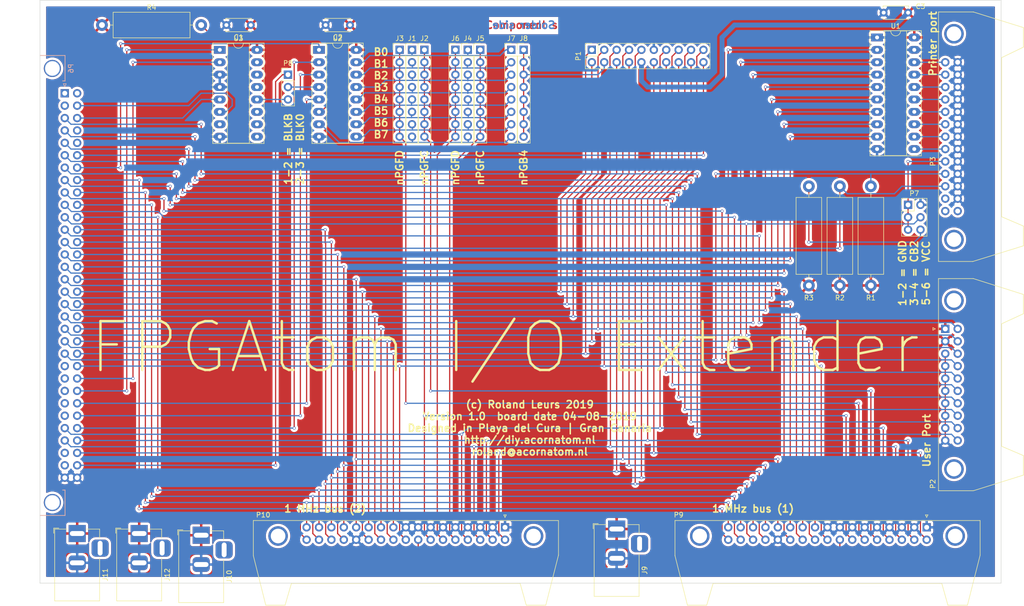
<source format=kicad_pcb>
(kicad_pcb (version 20171130) (host pcbnew "(5.1.2-1)-1")
  (title_block (title "FPGAtom I/O Extender") (date 04/08/2019) (rev 1.0) (company "Roland Leurs"))
  (layers (0 F.Cu signal) (31 B.Cu signal) (34 B.Paste user) (35 F.Paste user) (36 B.SilkS user) (37 F.SilkS user) (38 B.Mask user) (39 F.Mask user) (44 Edge.Cuts user))
  (net 0 "")
  (net 1 +5V)
  (net 2 GND)
  (net 3 /nB7)
  (net 4 /nB6)
  (net 5 /nB5)
  (net 6 /nB4)
  (net 7 /nB3)
  (net 8 /nB2)
  (net 9 /nB1)
  (net 10 /nB0)
  (net 11 /NPGFC_1)
  (net 12 /NPGFD_1)
  (net 13 /NPGFC_2)
  (net 14 /NPGFD_2)
  (net 15 /NPGB4)
  (net 16 /D6)
  (net 17 /D5)
  (net 18 /D4)
  (net 19 /D1)
  (net 20 /D2)
  (net 21 /D3)
  (net 22 /D0)
  (net 23 /NMI)
  (net 24 /A1)
  (net 25 /D7)
  (net 26 /A0)
  (net 27 /A3)
  (net 28 /A2)
  (net 29 /PHI2)
  (net 30 /RW)
  (net 31 /RESET)
  (net 32 /CB1)
  (net 33 /CB2)
  (net 34 /PB0)
  (net 35 /PB1)
  (net 36 /PB2)
  (net 37 /PB3)
  (net 38 /PB4)
  (net 39 /PB5)
  (net 40 /PB6)
  (net 41 /PB7)
  (net 42 "Net-(P3-Pad1)")
  (net 43 "Net-(P3-Pad3)")
  (net 44 "Net-(P3-Pad5)")
  (net 45 "Net-(P3-Pad7)")
  (net 46 "Net-(P3-Pad9)")
  (net 47 "Net-(P3-Pad11)")
  (net 48 "Net-(P3-Pad13)")
  (net 49 "Net-(P3-Pad15)")
  (net 50 "Net-(P3-Pad17)")
  (net 51 /CA1)
  (net 52 /PA7)
  (net 53 /IRQ)
  (net 54 /A15)
  (net 55 /A14)
  (net 56 /A8)
  (net 57 /A7)
  (net 58 /A6)
  (net 59 /A5)
  (net 60 /A4)
  (net 61 /PA6)
  (net 62 /PA5)
  (net 63 /PA4)
  (net 64 /PA3)
  (net 65 /PA2)
  (net 66 /PA1)
  (net 67 /PA0)
  (net 68 /CA2)
  (net 69 /A13)
  (net 70 /A12)
  (net 71 /A11)
  (net 72 /A10)
  (net 73 /A9)
  (net 74 /BLK0)
  (net 75 "Net-(P7-Pad6)")
  (net 76 "Net-(P8-Pad2)")
  (net 77 "Net-(P8-Pad3)")
  (net 78 /ANALOG_IN)
  (net 79 "Net-(R4-Pad2)")
  (module Connector_PinSocket_2.54mm:PinSocket_2x10_P2.54mm_Vertical (layer F.Cu) (at 171.45 35.56 90)
    (fp_text reference P1 (at -1.27 -2.77 90) (layer F.SilkS))
    (fp_text value "ATOM PL8")
    (pad 1 thru_hole rect (at 0 0 90) (size 1.7 1.7) (drill 1) (layers *.Cu *.Mask) (net 16 /D6))
    (pad 2 thru_hole oval (at -2.54 0 90) (size 1.7 1.7) (drill 1) (layers *.Cu *.Mask) (net 17 /D5))
    (pad 3 thru_hole oval (at 0 2.54 90) (size 1.7 1.7) (drill 1) (layers *.Cu *.Mask) (net 18 /D4))
    (pad 4 thru_hole oval (at -2.54 2.54 90) (size 1.7 1.7) (drill 1) (layers *.Cu *.Mask) (net 15 /NPGB4))
    (pad 5 thru_hole oval (at 0 5.08 90) (size 1.7 1.7) (drill 1) (layers *.Cu *.Mask) (net 19 /D1))
    (pad 6 thru_hole oval (at -2.54 5.08 90) (size 1.7 1.7) (drill 1) (layers *.Cu *.Mask) (net 20 /D2))
    (pad 7 thru_hole oval (at 0 7.62 90) (size 1.7 1.7) (drill 1) (layers *.Cu *.Mask) (net 21 /D3))
    (pad 8 thru_hole oval (at -2.54 7.62 90) (size 1.7 1.7) (drill 1) (layers *.Cu *.Mask) (net 22 /D0))
    (pad 9 thru_hole oval (at 0 10.16 90) (size 1.7 1.7) (drill 1) (layers *.Cu *.Mask) (net 23 /NMI))
    (pad 10 thru_hole oval (at -2.54 10.16 90) (size 1.7 1.7) (drill 1) (layers *.Cu *.Mask) (net 1 +5V))
    (pad 11 thru_hole oval (at 0 12.7 90) (size 1.7 1.7) (drill 1) (layers *.Cu *.Mask) (net 2 GND))
    (pad 12 thru_hole oval (at -2.54 12.7 90) (size 1.7 1.7) (drill 1) (layers *.Cu *.Mask) (net 24 /A1))
    (pad 13 thru_hole oval (at 0 15.24 90) (size 1.7 1.7) (drill 1) (layers *.Cu *.Mask) (net 25 /D7))
    (pad 14 thru_hole oval (at -2.54 15.24 90) (size 1.7 1.7) (drill 1) (layers *.Cu *.Mask) (net 26 /A0))
    (pad 15 thru_hole oval (at 0 17.78 90) (size 1.7 1.7) (drill 1) (layers *.Cu *.Mask) (net 27 /A3))
    (pad 16 thru_hole oval (at -2.54 17.78 90) (size 1.7 1.7) (drill 1) (layers *.Cu *.Mask) (net 28 /A2))
    (pad 17 thru_hole oval (at 0 20.32 90) (size 1.7 1.7) (drill 1) (layers *.Cu *.Mask) (net 29 /PHI2))
    (pad 18 thru_hole oval (at -2.54 20.32 90) (size 1.7 1.7) (drill 1) (layers *.Cu *.Mask) (net 30 /RW))
    (pad 19 thru_hole oval (at 0 22.86 90) (size 1.7 1.7) (drill 1) (layers *.Cu *.Mask) (net 53 /IRQ))
    (pad 20 thru_hole oval (at -2.54 22.86 90) (size 1.7 1.7) (drill 1) (layers *.Cu *.Mask) (net 31 /RESET))
  )
  (module Capacitor_THT:C_Disc_D5.0mm_W2.5mm_P5.00mm (layer F.Cu) (at 101.6 30.48 180)
    (fp_text reference C1 (at 2.5 -2.5) (layer F.SilkS))
    (fp_text value 100nF)
    (pad 1 thru_hole circle (at 0 0 180) (size 1.6 1.6) (drill 0.8) (layers *.Cu *.Mask) (net 1 +5V))
    (pad 2 thru_hole circle (at 5 0 180) (size 1.6 1.6) (drill 0.8) (layers *.Cu *.Mask) (net 2 GND))
  )
  (module Capacitor_THT:C_Disc_D5.0mm_W2.5mm_P5.00mm (layer F.Cu) (at 121.92 30.48 180)
    (fp_text reference C2 (at 2.5 -2.5) (layer F.SilkS))
    (fp_text value 100nF)
    (pad 2 thru_hole circle (at 5 0 180) (size 1.6 1.6) (drill 0.8) (layers *.Cu *.Mask) (net 2 GND))
    (pad 1 thru_hole circle (at 0 0 180) (size 1.6 1.6) (drill 0.8) (layers *.Cu *.Mask) (net 1 +5V))
  )
  (module Capacitor_THT:C_Disc_D5.0mm_W2.5mm_P5.00mm (layer F.Cu) (at 236.22 27.94 180)
    (fp_text reference C3 (at -2.54 1.27) (layer F.SilkS))
    (fp_text value 100nF)
    (pad 1 thru_hole circle (at 0 0 180) (size 1.6 1.6) (drill 0.8) (layers *.Cu *.Mask) (net 1 +5V))
    (pad 2 thru_hole circle (at 5 0 180) (size 1.6 1.6) (drill 0.8) (layers *.Cu *.Mask) (net 2 GND))
  )
  (module Connector_PinHeader_2.54mm:PinHeader_1x08_P2.54mm_Vertical (layer F.Cu) (at 134.62 35.56)
    (fp_text reference J1 (at 0 -2.33) (layer F.SilkS))
    (fp_text value "I/O sel BUS1")
    (pad 8 thru_hole oval (at 0 17.78) (size 1.7 1.7) (drill 1) (layers *.Cu *.Mask) (net 3 /nB7))
    (pad 7 thru_hole oval (at 0 15.24) (size 1.7 1.7) (drill 1) (layers *.Cu *.Mask) (net 4 /nB6))
    (pad 6 thru_hole oval (at 0 12.7) (size 1.7 1.7) (drill 1) (layers *.Cu *.Mask) (net 5 /nB5))
    (pad 5 thru_hole oval (at 0 10.16) (size 1.7 1.7) (drill 1) (layers *.Cu *.Mask) (net 6 /nB4))
    (pad 4 thru_hole oval (at 0 7.62) (size 1.7 1.7) (drill 1) (layers *.Cu *.Mask) (net 7 /nB3))
    (pad 3 thru_hole oval (at 0 5.08) (size 1.7 1.7) (drill 1) (layers *.Cu *.Mask) (net 8 /nB2))
    (pad 2 thru_hole oval (at 0 2.54) (size 1.7 1.7) (drill 1) (layers *.Cu *.Mask) (net 9 /nB1))
    (pad 1 thru_hole rect (at 0 0) (size 1.7 1.7) (drill 1) (layers *.Cu *.Mask) (net 10 /nB0))
  )
  (module Connector_PinHeader_2.54mm:PinHeader_1x08_P2.54mm_Vertical (layer F.Cu) (at 137.16 35.56)
    (fp_text reference J2 (at 0 -2.33) (layer F.SilkS))
    (fp_text value Conn_01x08 hide)
    (pad 1 thru_hole rect (at 0 0) (size 1.7 1.7) (drill 1) (layers *.Cu *.Mask) (net 11 /NPGFC_1))
    (pad 2 thru_hole oval (at 0 2.54) (size 1.7 1.7) (drill 1) (layers *.Cu *.Mask) (net 11 /NPGFC_1))
    (pad 3 thru_hole oval (at 0 5.08) (size 1.7 1.7) (drill 1) (layers *.Cu *.Mask) (net 11 /NPGFC_1))
    (pad 4 thru_hole oval (at 0 7.62) (size 1.7 1.7) (drill 1) (layers *.Cu *.Mask) (net 11 /NPGFC_1))
    (pad 5 thru_hole oval (at 0 10.16) (size 1.7 1.7) (drill 1) (layers *.Cu *.Mask) (net 11 /NPGFC_1))
    (pad 6 thru_hole oval (at 0 12.7) (size 1.7 1.7) (drill 1) (layers *.Cu *.Mask) (net 11 /NPGFC_1))
    (pad 7 thru_hole oval (at 0 15.24) (size 1.7 1.7) (drill 1) (layers *.Cu *.Mask) (net 11 /NPGFC_1))
    (pad 8 thru_hole oval (at 0 17.78) (size 1.7 1.7) (drill 1) (layers *.Cu *.Mask) (net 11 /NPGFC_1))
  )
  (module Connector_PinHeader_2.54mm:PinHeader_1x08_P2.54mm_Vertical (layer F.Cu) (at 132.08 35.56)
    (fp_text reference J3 (at 0 -2.33) (layer F.SilkS))
    (fp_text value Conn_01x08 hide)
    (pad 8 thru_hole oval (at 0 17.78) (size 1.7 1.7) (drill 1) (layers *.Cu *.Mask) (net 12 /NPGFD_1))
    (pad 7 thru_hole oval (at 0 15.24) (size 1.7 1.7) (drill 1) (layers *.Cu *.Mask) (net 12 /NPGFD_1))
    (pad 6 thru_hole oval (at 0 12.7) (size 1.7 1.7) (drill 1) (layers *.Cu *.Mask) (net 12 /NPGFD_1))
    (pad 5 thru_hole oval (at 0 10.16) (size 1.7 1.7) (drill 1) (layers *.Cu *.Mask) (net 12 /NPGFD_1))
    (pad 4 thru_hole oval (at 0 7.62) (size 1.7 1.7) (drill 1) (layers *.Cu *.Mask) (net 12 /NPGFD_1))
    (pad 3 thru_hole oval (at 0 5.08) (size 1.7 1.7) (drill 1) (layers *.Cu *.Mask) (net 12 /NPGFD_1))
    (pad 2 thru_hole oval (at 0 2.54) (size 1.7 1.7) (drill 1) (layers *.Cu *.Mask) (net 12 /NPGFD_1))
    (pad 1 thru_hole rect (at 0 0) (size 1.7 1.7) (drill 1) (layers *.Cu *.Mask) (net 12 /NPGFD_1))
  )
  (module Connector_PinHeader_2.54mm:PinHeader_1x08_P2.54mm_Vertical (layer F.Cu) (at 146.05 35.56)
    (fp_text reference J4 (at 0 -2.33) (layer F.SilkS))
    (fp_text value "I/O sel BUS2")
    (pad 1 thru_hole rect (at 0 0) (size 1.7 1.7) (drill 1) (layers *.Cu *.Mask) (net 10 /nB0))
    (pad 2 thru_hole oval (at 0 2.54) (size 1.7 1.7) (drill 1) (layers *.Cu *.Mask) (net 9 /nB1))
    (pad 3 thru_hole oval (at 0 5.08) (size 1.7 1.7) (drill 1) (layers *.Cu *.Mask) (net 8 /nB2))
    (pad 4 thru_hole oval (at 0 7.62) (size 1.7 1.7) (drill 1) (layers *.Cu *.Mask) (net 7 /nB3))
    (pad 5 thru_hole oval (at 0 10.16) (size 1.7 1.7) (drill 1) (layers *.Cu *.Mask) (net 6 /nB4))
    (pad 6 thru_hole oval (at 0 12.7) (size 1.7 1.7) (drill 1) (layers *.Cu *.Mask) (net 5 /nB5))
    (pad 7 thru_hole oval (at 0 15.24) (size 1.7 1.7) (drill 1) (layers *.Cu *.Mask) (net 4 /nB6))
    (pad 8 thru_hole oval (at 0 17.78) (size 1.7 1.7) (drill 1) (layers *.Cu *.Mask) (net 3 /nB7))
  )
  (module Connector_PinHeader_2.54mm:PinHeader_1x08_P2.54mm_Vertical (layer F.Cu) (at 148.59 35.56)
    (fp_text reference J5 (at 0 -2.33) (layer F.SilkS))
    (fp_text value Conn_01x08 hide)
    (pad 1 thru_hole rect (at 0 0) (size 1.7 1.7) (drill 1) (layers *.Cu *.Mask) (net 13 /NPGFC_2))
    (pad 2 thru_hole oval (at 0 2.54) (size 1.7 1.7) (drill 1) (layers *.Cu *.Mask) (net 13 /NPGFC_2))
    (pad 3 thru_hole oval (at 0 5.08) (size 1.7 1.7) (drill 1) (layers *.Cu *.Mask) (net 13 /NPGFC_2))
    (pad 4 thru_hole oval (at 0 7.62) (size 1.7 1.7) (drill 1) (layers *.Cu *.Mask) (net 13 /NPGFC_2))
    (pad 5 thru_hole oval (at 0 10.16) (size 1.7 1.7) (drill 1) (layers *.Cu *.Mask) (net 13 /NPGFC_2))
    (pad 6 thru_hole oval (at 0 12.7) (size 1.7 1.7) (drill 1) (layers *.Cu *.Mask) (net 13 /NPGFC_2))
    (pad 7 thru_hole oval (at 0 15.24) (size 1.7 1.7) (drill 1) (layers *.Cu *.Mask) (net 13 /NPGFC_2))
    (pad 8 thru_hole oval (at 0 17.78) (size 1.7 1.7) (drill 1) (layers *.Cu *.Mask) (net 13 /NPGFC_2))
  )
  (module Connector_PinHeader_2.54mm:PinHeader_1x08_P2.54mm_Vertical (layer F.Cu) (at 143.51 35.56)
    (fp_text reference J6 (at 0 -2.33) (layer F.SilkS))
    (fp_text value Conn_01x08 hide)
    (pad 8 thru_hole oval (at 0 17.78) (size 1.7 1.7) (drill 1) (layers *.Cu *.Mask) (net 14 /NPGFD_2))
    (pad 7 thru_hole oval (at 0 15.24) (size 1.7 1.7) (drill 1) (layers *.Cu *.Mask) (net 14 /NPGFD_2))
    (pad 6 thru_hole oval (at 0 12.7) (size 1.7 1.7) (drill 1) (layers *.Cu *.Mask) (net 14 /NPGFD_2))
    (pad 5 thru_hole oval (at 0 10.16) (size 1.7 1.7) (drill 1) (layers *.Cu *.Mask) (net 14 /NPGFD_2))
    (pad 4 thru_hole oval (at 0 7.62) (size 1.7 1.7) (drill 1) (layers *.Cu *.Mask) (net 14 /NPGFD_2))
    (pad 3 thru_hole oval (at 0 5.08) (size 1.7 1.7) (drill 1) (layers *.Cu *.Mask) (net 14 /NPGFD_2))
    (pad 2 thru_hole oval (at 0 2.54) (size 1.7 1.7) (drill 1) (layers *.Cu *.Mask) (net 14 /NPGFD_2))
    (pad 1 thru_hole rect (at 0 0) (size 1.7 1.7) (drill 1) (layers *.Cu *.Mask) (net 14 /NPGFD_2))
  )
  (module Connector_PinHeader_2.54mm:PinHeader_1x08_P2.54mm_Vertical (layer F.Cu) (at 154.94 35.56)
    (fp_text reference J7 (at 0 -2.33) (layer F.SilkS))
    (fp_text value "I/O sel PL8")
    (pad 8 thru_hole oval (at 0 17.78) (size 1.7 1.7) (drill 1) (layers *.Cu *.Mask) (net 3 /nB7))
    (pad 7 thru_hole oval (at 0 15.24) (size 1.7 1.7) (drill 1) (layers *.Cu *.Mask) (net 4 /nB6))
    (pad 6 thru_hole oval (at 0 12.7) (size 1.7 1.7) (drill 1) (layers *.Cu *.Mask) (net 5 /nB5))
    (pad 5 thru_hole oval (at 0 10.16) (size 1.7 1.7) (drill 1) (layers *.Cu *.Mask) (net 6 /nB4))
    (pad 4 thru_hole oval (at 0 7.62) (size 1.7 1.7) (drill 1) (layers *.Cu *.Mask) (net 7 /nB3))
    (pad 3 thru_hole oval (at 0 5.08) (size 1.7 1.7) (drill 1) (layers *.Cu *.Mask) (net 8 /nB2))
    (pad 2 thru_hole oval (at 0 2.54) (size 1.7 1.7) (drill 1) (layers *.Cu *.Mask) (net 9 /nB1))
    (pad 1 thru_hole rect (at 0 0) (size 1.7 1.7) (drill 1) (layers *.Cu *.Mask) (net 10 /nB0))
  )
  (module Connector_PinHeader_2.54mm:PinHeader_1x08_P2.54mm_Vertical (layer F.Cu) (at 157.48 35.56)
    (fp_text reference J8 (at 0 -2.33) (layer F.SilkS))
    (fp_text value Conn_01x08 hide)
    (pad 1 thru_hole rect (at 0 0) (size 1.7 1.7) (drill 1) (layers *.Cu *.Mask) (net 15 /NPGB4))
    (pad 2 thru_hole oval (at 0 2.54) (size 1.7 1.7) (drill 1) (layers *.Cu *.Mask) (net 15 /NPGB4))
    (pad 3 thru_hole oval (at 0 5.08) (size 1.7 1.7) (drill 1) (layers *.Cu *.Mask) (net 15 /NPGB4))
    (pad 4 thru_hole oval (at 0 7.62) (size 1.7 1.7) (drill 1) (layers *.Cu *.Mask) (net 15 /NPGB4))
    (pad 5 thru_hole oval (at 0 10.16) (size 1.7 1.7) (drill 1) (layers *.Cu *.Mask) (net 15 /NPGB4))
    (pad 6 thru_hole oval (at 0 12.7) (size 1.7 1.7) (drill 1) (layers *.Cu *.Mask) (net 15 /NPGB4))
    (pad 7 thru_hole oval (at 0 15.24) (size 1.7 1.7) (drill 1) (layers *.Cu *.Mask) (net 15 /NPGB4))
    (pad 8 thru_hole oval (at 0 17.78) (size 1.7 1.7) (drill 1) (layers *.Cu *.Mask) (net 15 /NPGB4))
  )
  (module Connector_BarrelJack:BarrelJack_Horizontal (layer F.Cu) (at 176.53 133.7 90)
    (fp_text reference J9 (at -8.45 5.75 90) (layer F.SilkS))
    (fp_text value "Jack-DC x 4")
    (pad 1 thru_hole rect (at 0 0 90) (size 3.5 3.5) (drill oval 1 3) (layers *.Cu *.Mask) (net 1 +5V))
    (pad 2 thru_hole roundrect (at -6 0 90) (size 3 3.5) (drill oval 1 3) (layers *.Cu *.Mask) (net 2 GND))
    (pad 3 thru_hole roundrect (at -3 4.7 90) (size 3.5 3.5) (drill oval 3 1) (layers *.Cu *.Mask))
  )
  (module Connector_BarrelJack:BarrelJack_Horizontal (layer F.Cu) (at 91.44 134.97 90)
    (fp_text reference J10 (at -8.45 5.75 90) (layer F.SilkS))
    (fp_text value Jack-DC)
    (pad 3 thru_hole roundrect (at -3 4.7 90) (size 3.5 3.5) (drill oval 3 1) (layers *.Cu *.Mask))
    (pad 2 thru_hole roundrect (at -6 0 90) (size 3 3.5) (drill oval 1 3) (layers *.Cu *.Mask) (net 2 GND))
    (pad 1 thru_hole rect (at 0 0 90) (size 3.5 3.5) (drill oval 1 3) (layers *.Cu *.Mask) (net 1 +5V))
  )
  (module Connector_BarrelJack:BarrelJack_Horizontal (layer F.Cu) (at 66.04 134.62 90)
    (fp_text reference J11 (at -8.45 5.75 90) (layer F.SilkS))
    (fp_text value Jack-DC)
    (pad 1 thru_hole rect (at 0 0 90) (size 3.5 3.5) (drill oval 1 3) (layers *.Cu *.Mask) (net 1 +5V))
    (pad 2 thru_hole roundrect (at -6 0 90) (size 3 3.5) (drill oval 1 3) (layers *.Cu *.Mask) (net 2 GND))
    (pad 3 thru_hole roundrect (at -3 4.7 90) (size 3.5 3.5) (drill oval 3 1) (layers *.Cu *.Mask))
  )
  (module Connector_BarrelJack:BarrelJack_Horizontal (layer F.Cu) (at 78.74 134.62 90)
    (fp_text reference J12 (at -8.45 5.75 90) (layer F.SilkS))
    (fp_text value Jack-DC)
    (pad 3 thru_hole roundrect (at -3 4.7 90) (size 3.5 3.5) (drill oval 3 1) (layers *.Cu *.Mask))
    (pad 2 thru_hole roundrect (at -6 0 90) (size 3 3.5) (drill oval 1 3) (layers *.Cu *.Mask) (net 2 GND))
    (pad 1 thru_hole rect (at 0 0 90) (size 3.5 3.5) (drill oval 1 3) (layers *.Cu *.Mask) (net 1 +5V))
  )
  (module Connector_IDC:IDC-Header_2x10_P2.54mm_Horizontal_Lock (layer F.Cu) (at 243.84 92.71)
    (fp_text reference P2 (at -2.54 31.75 90) (layer F.SilkS))
    (fp_text value "USER PORT")
    (pad "" thru_hole circle (at 1.78 28.7 90) (size 4 4) (drill 3) (layers *.Cu *.Mask))
    (pad "" thru_hole circle (at 1.78 -5.84 90) (size 4 4) (drill 3) (layers *.Cu *.Mask))
    (pad 1 thru_hole rect (at 0 0 90) (size 1.7 1.7) (drill 1) (layers *.Cu *.Mask) (net 1 +5V))
    (pad 2 thru_hole circle (at 2.54 0 90) (size 1.7 1.7) (drill 1) (layers *.Cu *.Mask) (net 32 /CB1))
    (pad 3 thru_hole circle (at 0 2.54 90) (size 1.7 1.7) (drill 1) (layers *.Cu *.Mask) (net 1 +5V))
    (pad 4 thru_hole circle (at 2.54 2.54 90) (size 1.7 1.7) (drill 1) (layers *.Cu *.Mask) (net 33 /CB2))
    (pad 5 thru_hole circle (at 0 5.08 90) (size 1.7 1.7) (drill 1) (layers *.Cu *.Mask) (net 2 GND))
    (pad 6 thru_hole circle (at 2.54 5.08 90) (size 1.7 1.7) (drill 1) (layers *.Cu *.Mask) (net 34 /PB0))
    (pad 7 thru_hole circle (at 0 7.62 90) (size 1.7 1.7) (drill 1) (layers *.Cu *.Mask) (net 2 GND))
    (pad 8 thru_hole circle (at 2.54 7.62 90) (size 1.7 1.7) (drill 1) (layers *.Cu *.Mask) (net 35 /PB1))
    (pad 9 thru_hole circle (at 0 10.16 90) (size 1.7 1.7) (drill 1) (layers *.Cu *.Mask) (net 2 GND))
    (pad 10 thru_hole circle (at 2.54 10.16 90) (size 1.7 1.7) (drill 1) (layers *.Cu *.Mask) (net 36 /PB2))
    (pad 11 thru_hole circle (at 0 12.7 90) (size 1.7 1.7) (drill 1) (layers *.Cu *.Mask) (net 2 GND))
    (pad 12 thru_hole circle (at 2.54 12.7 90) (size 1.7 1.7) (drill 1) (layers *.Cu *.Mask) (net 37 /PB3))
    (pad 13 thru_hole circle (at 0 15.24 90) (size 1.7 1.7) (drill 1) (layers *.Cu *.Mask) (net 2 GND))
    (pad 14 thru_hole circle (at 2.54 15.24 90) (size 1.7 1.7) (drill 1) (layers *.Cu *.Mask) (net 38 /PB4))
    (pad 15 thru_hole circle (at 0 17.78 90) (size 1.7 1.7) (drill 1) (layers *.Cu *.Mask) (net 2 GND))
    (pad 16 thru_hole circle (at 2.54 17.78 90) (size 1.7 1.7) (drill 1) (layers *.Cu *.Mask) (net 39 /PB5))
    (pad 17 thru_hole circle (at 0 20.32 90) (size 1.7 1.7) (drill 1) (layers *.Cu *.Mask) (net 2 GND))
    (pad 18 thru_hole circle (at 2.54 20.32 90) (size 1.7 1.7) (drill 1) (layers *.Cu *.Mask) (net 40 /PB6))
    (pad 19 thru_hole circle (at 0 22.86 90) (size 1.7 1.7) (drill 1) (layers *.Cu *.Mask) (net 2 GND))
    (pad 20 thru_hole circle (at 2.54 22.86 90) (size 1.7 1.7) (drill 1) (layers *.Cu *.Mask) (net 41 /PB7))
  )
  (module Connector_IDC:IDC-Header_2x13_P2.54mm_Horizontal_Lock (layer F.Cu) (at 243.84 38.1)
    (fp_text reference P3 (at -2.54 20.32 90) (layer F.SilkS))
    (fp_text value PRINTER)
    (pad "" thru_hole circle (at 1.78 36.32 90) (size 4 4) (drill 3) (layers *.Cu *.Mask))
    (pad "" thru_hole circle (at 1.78 -5.84 90) (size 4 4) (drill 3) (layers *.Cu *.Mask))
    (pad 1 thru_hole circle (at 0 0 90) (size 1.7 1.7) (drill 1) (layers *.Cu *.Mask) (net 42 "Net-(P3-Pad1)"))
    (pad 2 thru_hole circle (at 2.54 0 90) (size 1.7 1.7) (drill 1) (layers *.Cu *.Mask) (net 2 GND))
    (pad 3 thru_hole circle (at 0 2.54 90) (size 1.7 1.7) (drill 1) (layers *.Cu *.Mask) (net 43 "Net-(P3-Pad3)"))
    (pad 4 thru_hole circle (at 2.54 2.54 90) (size 1.7 1.7) (drill 1) (layers *.Cu *.Mask) (net 2 GND))
    (pad 5 thru_hole circle (at 0 5.08 90) (size 1.7 1.7) (drill 1) (layers *.Cu *.Mask) (net 44 "Net-(P3-Pad5)"))
    (pad 6 thru_hole circle (at 2.54 5.08 90) (size 1.7 1.7) (drill 1) (layers *.Cu *.Mask) (net 2 GND))
    (pad 7 thru_hole circle (at 0 7.62 90) (size 1.7 1.7) (drill 1) (layers *.Cu *.Mask) (net 45 "Net-(P3-Pad7)"))
    (pad 8 thru_hole circle (at 2.54 7.62 90) (size 1.7 1.7) (drill 1) (layers *.Cu *.Mask) (net 2 GND))
    (pad 9 thru_hole circle (at 0 10.16 90) (size 1.7 1.7) (drill 1) (layers *.Cu *.Mask) (net 46 "Net-(P3-Pad9)"))
    (pad 10 thru_hole circle (at 2.54 10.16 90) (size 1.7 1.7) (drill 1) (layers *.Cu *.Mask) (net 2 GND))
    (pad 11 thru_hole circle (at 0 12.7 90) (size 1.7 1.7) (drill 1) (layers *.Cu *.Mask) (net 47 "Net-(P3-Pad11)"))
    (pad 12 thru_hole circle (at 2.54 12.7 90) (size 1.7 1.7) (drill 1) (layers *.Cu *.Mask) (net 2 GND))
    (pad 13 thru_hole circle (at 0 15.24 90) (size 1.7 1.7) (drill 1) (layers *.Cu *.Mask) (net 48 "Net-(P3-Pad13)"))
    (pad 14 thru_hole circle (at 2.54 15.24 90) (size 1.7 1.7) (drill 1) (layers *.Cu *.Mask) (net 2 GND))
    (pad 15 thru_hole circle (at 0 17.78 90) (size 1.7 1.7) (drill 1) (layers *.Cu *.Mask) (net 49 "Net-(P3-Pad15)"))
    (pad 16 thru_hole circle (at 2.54 17.78 90) (size 1.7 1.7) (drill 1) (layers *.Cu *.Mask) (net 2 GND))
    (pad 17 thru_hole circle (at 0 20.32 90) (size 1.7 1.7) (drill 1) (layers *.Cu *.Mask) (net 50 "Net-(P3-Pad17)"))
    (pad 18 thru_hole circle (at 2.54 20.32 90) (size 1.7 1.7) (drill 1) (layers *.Cu *.Mask) (net 2 GND))
    (pad 19 thru_hole circle (at 0 22.86 90) (size 1.7 1.7) (drill 1) (layers *.Cu *.Mask) (net 51 /CA1))
    (pad 20 thru_hole circle (at 2.54 22.86 90) (size 1.7 1.7) (drill 1) (layers *.Cu *.Mask) (net 2 GND))
    (pad 21 thru_hole circle (at 0 25.4 90) (size 1.7 1.7) (drill 1) (layers *.Cu *.Mask) (net 52 /PA7))
    (pad 22 thru_hole circle (at 2.54 25.4 90) (size 1.7 1.7) (drill 1) (layers *.Cu *.Mask) (net 2 GND))
    (pad 23 thru_hole circle (at 0 27.94 90) (size 1.7 1.7) (drill 1) (layers *.Cu *.Mask))
    (pad 24 thru_hole circle (at 2.54 27.94 90) (size 1.7 1.7) (drill 1) (layers *.Cu *.Mask) (net 2 GND))
    (pad 25 thru_hole circle (at 0 30.48 90) (size 1.7 1.7) (drill 1) (layers *.Cu *.Mask))
    (pad 26 thru_hole circle (at 2.54 30.48 90) (size 1.7 1.7) (drill 1) (layers *.Cu *.Mask))
  )
  (module Connector_DIN:DIN41612_B_2x32_Horizontal (layer B.Cu) (at 63.5 44.45 270)
    (fp_text reference P6 (at -5.08 -1.27 270) (layer B.SilkS) (effects (justify mirror)))
    (fp_text value CONN_02X32)
    (pad a1 thru_hole rect (at 0 0 270) (size 1.7 1.7) (drill 1) (layers *.Cu *.Mask))
    (pad b1 thru_hole circle (at 0 -2.54 270) (size 1.7 1.7) (drill 1) (layers *.Cu *.Mask))
    (pad a2 thru_hole circle (at 2.54 0 270) (size 1.7 1.7) (drill 1) (layers *.Cu *.Mask))
    (pad b2 thru_hole circle (at 2.54 -2.54 270) (size 1.7 1.7) (drill 1) (layers *.Cu *.Mask) (net 54 /A15))
    (pad a3 thru_hole circle (at 5.08 0 270) (size 1.7 1.7) (drill 1) (layers *.Cu *.Mask) (net 41 /PB7))
    (pad b3 thru_hole circle (at 5.08 -2.54 270) (size 1.7 1.7) (drill 1) (layers *.Cu *.Mask) (net 55 /A14))
    (pad a4 thru_hole circle (at 7.62 0 270) (size 1.7 1.7) (drill 1) (layers *.Cu *.Mask) (net 40 /PB6))
    (pad b4 thru_hole circle (at 7.62 -2.54 270) (size 1.7 1.7) (drill 1) (layers *.Cu *.Mask))
    (pad a5 thru_hole circle (at 10.16 0 270) (size 1.7 1.7) (drill 1) (layers *.Cu *.Mask) (net 39 /PB5))
    (pad b5 thru_hole circle (at 10.16 -2.54 270) (size 1.7 1.7) (drill 1) (layers *.Cu *.Mask))
    (pad a6 thru_hole circle (at 12.7 0 270) (size 1.7 1.7) (drill 1) (layers *.Cu *.Mask) (net 38 /PB4))
    (pad b6 thru_hole circle (at 12.7 -2.54 270) (size 1.7 1.7) (drill 1) (layers *.Cu *.Mask) (net 31 /RESET))
    (pad a7 thru_hole circle (at 15.24 0 270) (size 1.7 1.7) (drill 1) (layers *.Cu *.Mask) (net 37 /PB3))
    (pad b7 thru_hole circle (at 15.24 -2.54 270) (size 1.7 1.7) (drill 1) (layers *.Cu *.Mask) (net 56 /A8))
    (pad a8 thru_hole circle (at 17.78 0 270) (size 1.7 1.7) (drill 1) (layers *.Cu *.Mask) (net 36 /PB2))
    (pad b8 thru_hole circle (at 17.78 -2.54 270) (size 1.7 1.7) (drill 1) (layers *.Cu *.Mask) (net 57 /A7))
    (pad a9 thru_hole circle (at 20.32 0 270) (size 1.7 1.7) (drill 1) (layers *.Cu *.Mask) (net 35 /PB1))
    (pad b9 thru_hole circle (at 20.32 -2.54 270) (size 1.7 1.7) (drill 1) (layers *.Cu *.Mask) (net 58 /A6))
    (pad a10 thru_hole circle (at 22.86 0 270) (size 1.7 1.7) (drill 1) (layers *.Cu *.Mask) (net 34 /PB0))
    (pad b10 thru_hole circle (at 22.86 -2.54 270) (size 1.7 1.7) (drill 1) (layers *.Cu *.Mask) (net 59 /A5))
    (pad a11 thru_hole circle (at 25.4 0 270) (size 1.7 1.7) (drill 1) (layers *.Cu *.Mask) (net 33 /CB2))
    (pad b11 thru_hole circle (at 25.4 -2.54 270) (size 1.7 1.7) (drill 1) (layers *.Cu *.Mask) (net 60 /A4))
    (pad a12 thru_hole circle (at 27.94 0 270) (size 1.7 1.7) (drill 1) (layers *.Cu *.Mask) (net 32 /CB1))
    (pad b12 thru_hole circle (at 27.94 -2.54 270) (size 1.7 1.7) (drill 1) (layers *.Cu *.Mask) (net 27 /A3))
    (pad a13 thru_hole circle (at 30.48 0 270) (size 1.7 1.7) (drill 1) (layers *.Cu *.Mask) (net 52 /PA7))
    (pad b13 thru_hole circle (at 30.48 -2.54 270) (size 1.7 1.7) (drill 1) (layers *.Cu *.Mask) (net 28 /A2))
    (pad a14 thru_hole circle (at 33.02 0 270) (size 1.7 1.7) (drill 1) (layers *.Cu *.Mask) (net 61 /PA6))
    (pad b14 thru_hole circle (at 33.02 -2.54 270) (size 1.7 1.7) (drill 1) (layers *.Cu *.Mask) (net 24 /A1))
    (pad a15 thru_hole circle (at 35.56 0 270) (size 1.7 1.7) (drill 1) (layers *.Cu *.Mask) (net 62 /PA5))
    (pad b15 thru_hole circle (at 35.56 -2.54 270) (size 1.7 1.7) (drill 1) (layers *.Cu *.Mask) (net 26 /A0))
    (pad a16 thru_hole circle (at 38.1 0 270) (size 1.7 1.7) (drill 1) (layers *.Cu *.Mask) (net 63 /PA4))
    (pad b16 thru_hole circle (at 38.1 -2.54 270) (size 1.7 1.7) (drill 1) (layers *.Cu *.Mask) (net 25 /D7))
    (pad a17 thru_hole circle (at 40.64 0 270) (size 1.7 1.7) (drill 1) (layers *.Cu *.Mask) (net 64 /PA3))
    (pad b17 thru_hole circle (at 40.64 -2.54 270) (size 1.7 1.7) (drill 1) (layers *.Cu *.Mask) (net 16 /D6))
    (pad a18 thru_hole circle (at 43.18 0 270) (size 1.7 1.7) (drill 1) (layers *.Cu *.Mask) (net 65 /PA2))
    (pad b18 thru_hole circle (at 43.18 -2.54 270) (size 1.7 1.7) (drill 1) (layers *.Cu *.Mask) (net 17 /D5))
    (pad a19 thru_hole circle (at 45.72 0 270) (size 1.7 1.7) (drill 1) (layers *.Cu *.Mask) (net 66 /PA1))
    (pad b19 thru_hole circle (at 45.72 -2.54 270) (size 1.7 1.7) (drill 1) (layers *.Cu *.Mask) (net 18 /D4))
    (pad a20 thru_hole circle (at 48.26 0 270) (size 1.7 1.7) (drill 1) (layers *.Cu *.Mask) (net 67 /PA0))
    (pad b20 thru_hole circle (at 48.26 -2.54 270) (size 1.7 1.7) (drill 1) (layers *.Cu *.Mask) (net 21 /D3))
    (pad a21 thru_hole circle (at 50.8 0 270) (size 1.7 1.7) (drill 1) (layers *.Cu *.Mask) (net 68 /CA2))
    (pad b21 thru_hole circle (at 50.8 -2.54 270) (size 1.7 1.7) (drill 1) (layers *.Cu *.Mask) (net 20 /D2))
    (pad a22 thru_hole circle (at 53.34 0 270) (size 1.7 1.7) (drill 1) (layers *.Cu *.Mask) (net 51 /CA1))
    (pad b22 thru_hole circle (at 53.34 -2.54 270) (size 1.7 1.7) (drill 1) (layers *.Cu *.Mask) (net 19 /D1))
    (pad a23 thru_hole circle (at 55.88 0 270) (size 1.7 1.7) (drill 1) (layers *.Cu *.Mask))
    (pad b23 thru_hole circle (at 55.88 -2.54 270) (size 1.7 1.7) (drill 1) (layers *.Cu *.Mask) (net 22 /D0))
    (pad a24 thru_hole circle (at 58.42 0 270) (size 1.7 1.7) (drill 1) (layers *.Cu *.Mask))
    (pad b24 thru_hole circle (at 58.42 -2.54 270) (size 1.7 1.7) (drill 1) (layers *.Cu *.Mask) (net 69 /A13))
    (pad a25 thru_hole circle (at 60.96 0 270) (size 1.7 1.7) (drill 1) (layers *.Cu *.Mask))
    (pad b25 thru_hole circle (at 60.96 -2.54 270) (size 1.7 1.7) (drill 1) (layers *.Cu *.Mask) (net 70 /A12))
    (pad a26 thru_hole circle (at 63.5 0 270) (size 1.7 1.7) (drill 1) (layers *.Cu *.Mask))
    (pad b26 thru_hole circle (at 63.5 -2.54 270) (size 1.7 1.7) (drill 1) (layers *.Cu *.Mask) (net 71 /A11))
    (pad a27 thru_hole circle (at 66.04 0 270) (size 1.7 1.7) (drill 1) (layers *.Cu *.Mask))
    (pad b27 thru_hole circle (at 66.04 -2.54 270) (size 1.7 1.7) (drill 1) (layers *.Cu *.Mask) (net 72 /A10))
    (pad a28 thru_hole circle (at 68.58 0 270) (size 1.7 1.7) (drill 1) (layers *.Cu *.Mask) (net 53 /IRQ))
    (pad b28 thru_hole circle (at 68.58 -2.54 270) (size 1.7 1.7) (drill 1) (layers *.Cu *.Mask) (net 73 /A9))
    (pad a29 thru_hole circle (at 71.12 0 270) (size 1.7 1.7) (drill 1) (layers *.Cu *.Mask) (net 23 /NMI))
    (pad b29 thru_hole circle (at 71.12 -2.54 270) (size 1.7 1.7) (drill 1) (layers *.Cu *.Mask) (net 29 /PHI2))
    (pad a30 thru_hole circle (at 73.66 0 270) (size 1.7 1.7) (drill 1) (layers *.Cu *.Mask))
    (pad b30 thru_hole circle (at 73.66 -2.54 270) (size 1.7 1.7) (drill 1) (layers *.Cu *.Mask) (net 30 /RW))
    (pad a31 thru_hole circle (at 76.2 0 270) (size 1.7 1.7) (drill 1) (layers *.Cu *.Mask))
    (pad b31 thru_hole circle (at 76.2 -2.54 270) (size 1.7 1.7) (drill 1) (layers *.Cu *.Mask) (net 74 /BLK0))
    (pad a32 thru_hole circle (at 78.74 0 270) (size 1.7 1.7) (drill 1) (layers *.Cu *.Mask) (net 2 GND))
    (pad b32 thru_hole circle (at 78.74 -2.54 270) (size 1.7 1.7) (drill 1) (layers *.Cu *.Mask) (net 2 GND))
    (pad "" np_thru_hole circle (at -5.08 2.54 270) (size 3.5 3.5) (drill 3) (layers *.Cu *.Mask))
    (pad "" np_thru_hole circle (at 83.82 2.54 270) (size 3.5 3.5) (drill 3) (layers *.Cu *.Mask))
  )
  (module Connector_PinHeader_2.54mm:PinHeader_2x03_P2.54mm_Vertical (layer F.Cu) (at 236.22 67.31)
    (fp_text reference P7 (at 1.27 -2.33) (layer F.SilkS))
    (fp_text value "8th printer bit")
    (pad 1 thru_hole rect (at 0 0) (size 1.7 1.7) (drill 1) (layers *.Cu *.Mask) (net 50 "Net-(P3-Pad17)"))
    (pad 2 thru_hole oval (at 2.54 0) (size 1.7 1.7) (drill 1) (layers *.Cu *.Mask) (net 2 GND))
    (pad 3 thru_hole oval (at 0 2.54) (size 1.7 1.7) (drill 1) (layers *.Cu *.Mask) (net 50 "Net-(P3-Pad17)"))
    (pad 4 thru_hole oval (at 2.54 2.54) (size 1.7 1.7) (drill 1) (layers *.Cu *.Mask) (net 33 /CB2))
    (pad 5 thru_hole oval (at 0 5.08) (size 1.7 1.7) (drill 1) (layers *.Cu *.Mask) (net 50 "Net-(P3-Pad17)"))
    (pad 6 thru_hole oval (at 2.54 5.08) (size 1.7 1.7) (drill 1) (layers *.Cu *.Mask) (net 75 "Net-(P7-Pad6)"))
  )
  (module Connector_PinHeader_2.54mm:PinHeader_1x03_P2.54mm_Vertical (layer F.Cu) (at 109.22 40.64)
    (fp_text reference P8 (at 0 -2.33) (layer F.SilkS))
    (fp_text value "I/O preselect")
    (pad 1 thru_hole rect (at 0 0) (size 1.7 1.7) (drill 1) (layers *.Cu *.Mask) (net 74 /BLK0))
    (pad 2 thru_hole oval (at 0 2.54) (size 1.7 1.7) (drill 1) (layers *.Cu *.Mask) (net 76 "Net-(P8-Pad2)"))
    (pad 3 thru_hole oval (at 0 5.08) (size 1.7 1.7) (drill 1) (layers *.Cu *.Mask) (net 77 "Net-(P8-Pad3)"))
  )
  (module Connector_IDC:IDC-Header_2x17_P2.54mm_Horizontal_Lock (layer F.Cu) (at 240.03 133.35 270)
    (fp_text reference P9 (at -2.54 50.8 180) (layer F.SilkS))
    (fp_text value "1MHZ BUS")
    (pad "" thru_hole circle (at 1.78 -5.84) (size 4 4) (drill 3) (layers *.Cu *.Mask))
    (pad "" thru_hole circle (at 1.78 46.48) (size 4 4) (drill 3) (layers *.Cu *.Mask))
    (pad 1 thru_hole rect (at 0 0) (size 1.7 1.7) (drill 1) (layers *.Cu *.Mask) (net 2 GND))
    (pad 2 thru_hole circle (at 2.54 0) (size 1.7 1.7) (drill 1) (layers *.Cu *.Mask) (net 30 /RW))
    (pad 3 thru_hole circle (at 0 2.54) (size 1.7 1.7) (drill 1) (layers *.Cu *.Mask) (net 2 GND))
    (pad 4 thru_hole circle (at 2.54 2.54) (size 1.7 1.7) (drill 1) (layers *.Cu *.Mask) (net 29 /PHI2))
    (pad 5 thru_hole circle (at 0 5.08) (size 1.7 1.7) (drill 1) (layers *.Cu *.Mask) (net 2 GND))
    (pad 6 thru_hole circle (at 2.54 5.08) (size 1.7 1.7) (drill 1) (layers *.Cu *.Mask) (net 23 /NMI))
    (pad 7 thru_hole circle (at 0 7.62) (size 1.7 1.7) (drill 1) (layers *.Cu *.Mask) (net 2 GND))
    (pad 8 thru_hole circle (at 2.54 7.62) (size 1.7 1.7) (drill 1) (layers *.Cu *.Mask) (net 53 /IRQ))
    (pad 9 thru_hole circle (at 0 10.16) (size 1.7 1.7) (drill 1) (layers *.Cu *.Mask) (net 2 GND))
    (pad 10 thru_hole circle (at 2.54 10.16) (size 1.7 1.7) (drill 1) (layers *.Cu *.Mask) (net 11 /NPGFC_1))
    (pad 11 thru_hole circle (at 0 12.7) (size 1.7 1.7) (drill 1) (layers *.Cu *.Mask) (net 2 GND))
    (pad 12 thru_hole circle (at 2.54 12.7) (size 1.7 1.7) (drill 1) (layers *.Cu *.Mask) (net 12 /NPGFD_1))
    (pad 13 thru_hole circle (at 0 15.24) (size 1.7 1.7) (drill 1) (layers *.Cu *.Mask) (net 2 GND))
    (pad 14 thru_hole circle (at 2.54 15.24) (size 1.7 1.7) (drill 1) (layers *.Cu *.Mask) (net 31 /RESET))
    (pad 15 thru_hole circle (at 0 17.78) (size 1.7 1.7) (drill 1) (layers *.Cu *.Mask) (net 2 GND))
    (pad 16 thru_hole circle (at 2.54 17.78) (size 1.7 1.7) (drill 1) (layers *.Cu *.Mask) (net 78 /ANALOG_IN))
    (pad 17 thru_hole circle (at 0 20.32) (size 1.7 1.7) (drill 1) (layers *.Cu *.Mask) (net 2 GND))
    (pad 18 thru_hole circle (at 2.54 20.32) (size 1.7 1.7) (drill 1) (layers *.Cu *.Mask) (net 22 /D0))
    (pad 19 thru_hole circle (at 0 22.86) (size 1.7 1.7) (drill 1) (layers *.Cu *.Mask) (net 19 /D1))
    (pad 20 thru_hole circle (at 2.54 22.86) (size 1.7 1.7) (drill 1) (layers *.Cu *.Mask) (net 20 /D2))
    (pad 21 thru_hole circle (at 0 25.4) (size 1.7 1.7) (drill 1) (layers *.Cu *.Mask) (net 21 /D3))
    (pad 22 thru_hole circle (at 2.54 25.4) (size 1.7 1.7) (drill 1) (layers *.Cu *.Mask) (net 18 /D4))
    (pad 23 thru_hole circle (at 0 27.94) (size 1.7 1.7) (drill 1) (layers *.Cu *.Mask) (net 17 /D5))
    (pad 24 thru_hole circle (at 2.54 27.94) (size 1.7 1.7) (drill 1) (layers *.Cu *.Mask) (net 16 /D6))
    (pad 25 thru_hole circle (at 0 30.48) (size 1.7 1.7) (drill 1) (layers *.Cu *.Mask) (net 25 /D7))
    (pad 26 thru_hole circle (at 2.54 30.48) (size 1.7 1.7) (drill 1) (layers *.Cu *.Mask) (net 2 GND))
    (pad 27 thru_hole circle (at 0 33.02) (size 1.7 1.7) (drill 1) (layers *.Cu *.Mask) (net 26 /A0))
    (pad 28 thru_hole circle (at 2.54 33.02) (size 1.7 1.7) (drill 1) (layers *.Cu *.Mask) (net 24 /A1))
    (pad 29 thru_hole circle (at 0 35.56) (size 1.7 1.7) (drill 1) (layers *.Cu *.Mask) (net 28 /A2))
    (pad 30 thru_hole circle (at 2.54 35.56) (size 1.7 1.7) (drill 1) (layers *.Cu *.Mask) (net 27 /A3))
    (pad 31 thru_hole circle (at 0 38.1) (size 1.7 1.7) (drill 1) (layers *.Cu *.Mask) (net 60 /A4))
    (pad 32 thru_hole circle (at 2.54 38.1) (size 1.7 1.7) (drill 1) (layers *.Cu *.Mask) (net 59 /A5))
    (pad 33 thru_hole circle (at 0 40.64) (size 1.7 1.7) (drill 1) (layers *.Cu *.Mask) (net 58 /A6))
    (pad 34 thru_hole circle (at 2.54 40.64) (size 1.7 1.7) (drill 1) (layers *.Cu *.Mask) (net 57 /A7))
  )
  (module Connector_IDC:IDC-Header_2x17_P2.54mm_Horizontal_Lock (layer F.Cu) (at 153.67 133.35 270)
    (fp_text reference P10 (at -2.54 49.53 180) (layer F.SilkS))
    (fp_text value "1MHZ BUS")
    (pad 34 thru_hole circle (at 2.54 40.64) (size 1.7 1.7) (drill 1) (layers *.Cu *.Mask) (net 57 /A7))
    (pad 33 thru_hole circle (at 0 40.64) (size 1.7 1.7) (drill 1) (layers *.Cu *.Mask) (net 58 /A6))
    (pad 32 thru_hole circle (at 2.54 38.1) (size 1.7 1.7) (drill 1) (layers *.Cu *.Mask) (net 59 /A5))
    (pad 31 thru_hole circle (at 0 38.1) (size 1.7 1.7) (drill 1) (layers *.Cu *.Mask) (net 60 /A4))
    (pad 30 thru_hole circle (at 2.54 35.56) (size 1.7 1.7) (drill 1) (layers *.Cu *.Mask) (net 27 /A3))
    (pad 29 thru_hole circle (at 0 35.56) (size 1.7 1.7) (drill 1) (layers *.Cu *.Mask) (net 28 /A2))
    (pad 28 thru_hole circle (at 2.54 33.02) (size 1.7 1.7) (drill 1) (layers *.Cu *.Mask) (net 24 /A1))
    (pad 27 thru_hole circle (at 0 33.02) (size 1.7 1.7) (drill 1) (layers *.Cu *.Mask) (net 26 /A0))
    (pad 26 thru_hole circle (at 2.54 30.48) (size 1.7 1.7) (drill 1) (layers *.Cu *.Mask) (net 2 GND))
    (pad 25 thru_hole circle (at 0 30.48) (size 1.7 1.7) (drill 1) (layers *.Cu *.Mask) (net 25 /D7))
    (pad 24 thru_hole circle (at 2.54 27.94) (size 1.7 1.7) (drill 1) (layers *.Cu *.Mask) (net 16 /D6))
    (pad 23 thru_hole circle (at 0 27.94) (size 1.7 1.7) (drill 1) (layers *.Cu *.Mask) (net 17 /D5))
    (pad 22 thru_hole circle (at 2.54 25.4) (size 1.7 1.7) (drill 1) (layers *.Cu *.Mask) (net 18 /D4))
    (pad 21 thru_hole circle (at 0 25.4) (size 1.7 1.7) (drill 1) (layers *.Cu *.Mask) (net 21 /D3))
    (pad 20 thru_hole circle (at 2.54 22.86) (size 1.7 1.7) (drill 1) (layers *.Cu *.Mask) (net 20 /D2))
    (pad 19 thru_hole circle (at 0 22.86) (size 1.7 1.7) (drill 1) (layers *.Cu *.Mask) (net 19 /D1))
    (pad 18 thru_hole circle (at 2.54 20.32) (size 1.7 1.7) (drill 1) (layers *.Cu *.Mask) (net 22 /D0))
    (pad 17 thru_hole circle (at 0 20.32) (size 1.7 1.7) (drill 1) (layers *.Cu *.Mask) (net 2 GND))
    (pad 16 thru_hole circle (at 2.54 17.78) (size 1.7 1.7) (drill 1) (layers *.Cu *.Mask) (net 78 /ANALOG_IN))
    (pad 15 thru_hole circle (at 0 17.78) (size 1.7 1.7) (drill 1) (layers *.Cu *.Mask) (net 2 GND))
    (pad 14 thru_hole circle (at 2.54 15.24) (size 1.7 1.7) (drill 1) (layers *.Cu *.Mask) (net 31 /RESET))
    (pad 13 thru_hole circle (at 0 15.24) (size 1.7 1.7) (drill 1) (layers *.Cu *.Mask) (net 2 GND))
    (pad 12 thru_hole circle (at 2.54 12.7) (size 1.7 1.7) (drill 1) (layers *.Cu *.Mask) (net 14 /NPGFD_2))
    (pad 11 thru_hole circle (at 0 12.7) (size 1.7 1.7) (drill 1) (layers *.Cu *.Mask) (net 2 GND))
    (pad 10 thru_hole circle (at 2.54 10.16) (size 1.7 1.7) (drill 1) (layers *.Cu *.Mask) (net 13 /NPGFC_2))
    (pad 9 thru_hole circle (at 0 10.16) (size 1.7 1.7) (drill 1) (layers *.Cu *.Mask) (net 2 GND))
    (pad 8 thru_hole circle (at 2.54 7.62) (size 1.7 1.7) (drill 1) (layers *.Cu *.Mask) (net 53 /IRQ))
    (pad 7 thru_hole circle (at 0 7.62) (size 1.7 1.7) (drill 1) (layers *.Cu *.Mask) (net 2 GND))
    (pad 6 thru_hole circle (at 2.54 5.08) (size 1.7 1.7) (drill 1) (layers *.Cu *.Mask) (net 23 /NMI))
    (pad 5 thru_hole circle (at 0 5.08) (size 1.7 1.7) (drill 1) (layers *.Cu *.Mask) (net 2 GND))
    (pad 4 thru_hole circle (at 2.54 2.54) (size 1.7 1.7) (drill 1) (layers *.Cu *.Mask) (net 29 /PHI2))
    (pad 3 thru_hole circle (at 0 2.54) (size 1.7 1.7) (drill 1) (layers *.Cu *.Mask) (net 2 GND))
    (pad 2 thru_hole circle (at 2.54 0) (size 1.7 1.7) (drill 1) (layers *.Cu *.Mask) (net 30 /RW))
    (pad 1 thru_hole rect (at 0 0) (size 1.7 1.7) (drill 1) (layers *.Cu *.Mask) (net 2 GND))
    (pad "" thru_hole circle (at 1.78 46.48) (size 4 4) (drill 3) (layers *.Cu *.Mask))
    (pad "" thru_hole circle (at 1.78 -5.84) (size 4 4) (drill 3) (layers *.Cu *.Mask))
  )
  (module Resistor_THT:R_Axial_DIN0516_L15.5mm_D5.0mm_P20.32mm_Horizontal (layer F.Cu) (at 228.6 63.5 270)
    (fp_text reference R1 (at 22.86 0 180) (layer F.SilkS))
    (fp_text value 4k7)
    (pad 1 thru_hole circle (at 0 0 270) (size 2.4 2.4) (drill 1.2) (layers *.Cu *.Mask) (net 51 /CA1))
    (pad 2 thru_hole oval (at 20.32 0 270) (size 2.4 2.4) (drill 1.2) (layers *.Cu *.Mask) (net 1 +5V))
  )
  (module Resistor_THT:R_Axial_DIN0516_L15.5mm_D5.0mm_P20.32mm_Horizontal (layer F.Cu) (at 222.25 63.5 270)
    (fp_text reference R2 (at 22.86 0 180) (layer F.SilkS))
    (fp_text value 4k7)
    (pad 2 thru_hole oval (at 20.32 0 270) (size 2.4 2.4) (drill 1.2) (layers *.Cu *.Mask) (net 1 +5V))
    (pad 1 thru_hole circle (at 0 0 270) (size 2.4 2.4) (drill 1.2) (layers *.Cu *.Mask) (net 52 /PA7))
  )
  (module Resistor_THT:R_Axial_DIN0516_L15.5mm_D5.0mm_P20.32mm_Horizontal (layer F.Cu) (at 215.9 83.82 90)
    (fp_text reference R3 (at -2.54 0 180) (layer F.SilkS))
    (fp_text value 4k7)
    (pad 1 thru_hole circle (at 0 0 90) (size 2.4 2.4) (drill 1.2) (layers *.Cu *.Mask) (net 1 +5V))
    (pad 2 thru_hole oval (at 20.32 0 90) (size 2.4 2.4) (drill 1.2) (layers *.Cu *.Mask) (net 75 "Net-(P7-Pad6)"))
  )
  (module Package_DIP:DIP-20_W7.62mm_Socket_LongPads (layer F.Cu) (at 229.87 33.02)
    (fp_text reference U1 (at 3.81 -2.33) (layer F.SilkS))
    (fp_text value 74LS541)
    (pad 1 thru_hole rect (at 0 0) (size 2.4 1.6) (drill 0.8) (layers *.Cu *.Mask) (net 2 GND))
    (pad 11 thru_hole oval (at 7.62 22.86) (size 2.4 1.6) (drill 0.8) (layers *.Cu *.Mask) (net 49 "Net-(P3-Pad15)"))
    (pad 2 thru_hole oval (at 0 2.54) (size 2.4 1.6) (drill 0.8) (layers *.Cu *.Mask) (net 68 /CA2))
    (pad 12 thru_hole oval (at 7.62 20.32) (size 2.4 1.6) (drill 0.8) (layers *.Cu *.Mask) (net 48 "Net-(P3-Pad13)"))
    (pad 3 thru_hole oval (at 0 5.08) (size 2.4 1.6) (drill 0.8) (layers *.Cu *.Mask) (net 67 /PA0))
    (pad 13 thru_hole oval (at 7.62 17.78) (size 2.4 1.6) (drill 0.8) (layers *.Cu *.Mask) (net 47 "Net-(P3-Pad11)"))
    (pad 4 thru_hole oval (at 0 7.62) (size 2.4 1.6) (drill 0.8) (layers *.Cu *.Mask) (net 66 /PA1))
    (pad 14 thru_hole oval (at 7.62 15.24) (size 2.4 1.6) (drill 0.8) (layers *.Cu *.Mask) (net 46 "Net-(P3-Pad9)"))
    (pad 5 thru_hole oval (at 0 10.16) (size 2.4 1.6) (drill 0.8) (layers *.Cu *.Mask) (net 65 /PA2))
    (pad 15 thru_hole oval (at 7.62 12.7) (size 2.4 1.6) (drill 0.8) (layers *.Cu *.Mask) (net 45 "Net-(P3-Pad7)"))
    (pad 6 thru_hole oval (at 0 12.7) (size 2.4 1.6) (drill 0.8) (layers *.Cu *.Mask) (net 64 /PA3))
    (pad 16 thru_hole oval (at 7.62 10.16) (size 2.4 1.6) (drill 0.8) (layers *.Cu *.Mask) (net 44 "Net-(P3-Pad5)"))
    (pad 7 thru_hole oval (at 0 15.24) (size 2.4 1.6) (drill 0.8) (layers *.Cu *.Mask) (net 63 /PA4))
    (pad 17 thru_hole oval (at 7.62 7.62) (size 2.4 1.6) (drill 0.8) (layers *.Cu *.Mask) (net 43 "Net-(P3-Pad3)"))
    (pad 8 thru_hole oval (at 0 17.78) (size 2.4 1.6) (drill 0.8) (layers *.Cu *.Mask) (net 62 /PA5))
    (pad 18 thru_hole oval (at 7.62 5.08) (size 2.4 1.6) (drill 0.8) (layers *.Cu *.Mask) (net 42 "Net-(P3-Pad1)"))
    (pad 9 thru_hole oval (at 0 20.32) (size 2.4 1.6) (drill 0.8) (layers *.Cu *.Mask) (net 61 /PA6))
    (pad 19 thru_hole oval (at 7.62 2.54) (size 2.4 1.6) (drill 0.8) (layers *.Cu *.Mask) (net 2 GND))
    (pad 10 thru_hole oval (at 0 22.86) (size 2.4 1.6) (drill 0.8) (layers *.Cu *.Mask) (net 2 GND))
    (pad 20 thru_hole oval (at 7.62 0) (size 2.4 1.6) (drill 0.8) (layers *.Cu *.Mask) (net 1 +5V))
  )
  (module Package_DIP:DIP-16_W7.62mm_Socket_LongPads (layer F.Cu) (at 115.57 35.56)
    (fp_text reference U2 (at 3.81 -2.33) (layer F.SilkS))
    (fp_text value 74LS138)
    (pad 1 thru_hole rect (at 0 0) (size 2.4 1.6) (drill 0.8) (layers *.Cu *.Mask) (net 56 /A8))
    (pad 9 thru_hole oval (at 7.62 17.78) (size 2.4 1.6) (drill 0.8) (layers *.Cu *.Mask) (net 4 /nB6))
    (pad 2 thru_hole oval (at 0 2.54) (size 2.4 1.6) (drill 0.8) (layers *.Cu *.Mask) (net 73 /A9))
    (pad 10 thru_hole oval (at 7.62 15.24) (size 2.4 1.6) (drill 0.8) (layers *.Cu *.Mask) (net 5 /nB5))
    (pad 3 thru_hole oval (at 0 5.08) (size 2.4 1.6) (drill 0.8) (layers *.Cu *.Mask) (net 72 /A10))
    (pad 11 thru_hole oval (at 7.62 12.7) (size 2.4 1.6) (drill 0.8) (layers *.Cu *.Mask) (net 6 /nB4))
    (pad 4 thru_hole oval (at 0 7.62) (size 2.4 1.6) (drill 0.8) (layers *.Cu *.Mask) (net 76 "Net-(P8-Pad2)"))
    (pad 12 thru_hole oval (at 7.62 10.16) (size 2.4 1.6) (drill 0.8) (layers *.Cu *.Mask) (net 7 /nB3))
    (pad 5 thru_hole oval (at 0 10.16) (size 2.4 1.6) (drill 0.8) (layers *.Cu *.Mask) (net 71 /A11))
    (pad 13 thru_hole oval (at 7.62 7.62) (size 2.4 1.6) (drill 0.8) (layers *.Cu *.Mask) (net 8 /nB2))
    (pad 6 thru_hole oval (at 0 12.7) (size 2.4 1.6) (drill 0.8) (layers *.Cu *.Mask) (net 79 "Net-(R4-Pad2)"))
    (pad 14 thru_hole oval (at 7.62 5.08) (size 2.4 1.6) (drill 0.8) (layers *.Cu *.Mask) (net 9 /nB1))
    (pad 7 thru_hole oval (at 0 15.24) (size 2.4 1.6) (drill 0.8) (layers *.Cu *.Mask) (net 3 /nB7))
    (pad 15 thru_hole oval (at 7.62 2.54) (size 2.4 1.6) (drill 0.8) (layers *.Cu *.Mask) (net 10 /nB0))
    (pad 8 thru_hole oval (at 0 17.78) (size 2.4 1.6) (drill 0.8) (layers *.Cu *.Mask) (net 2 GND))
    (pad 16 thru_hole oval (at 7.62 0) (size 2.4 1.6) (drill 0.8) (layers *.Cu *.Mask) (net 1 +5V))
  )
  (module Package_DIP:DIP-16_W7.62mm_Socket_LongPads (layer F.Cu) (at 95.25 35.56)
    (fp_text reference U3 (at 3.81 -2.33) (layer F.SilkS))
    (fp_text value 74LS138)
    (pad 16 thru_hole oval (at 7.62 0) (size 2.4 1.6) (drill 0.8) (layers *.Cu *.Mask) (net 1 +5V))
    (pad 8 thru_hole oval (at 0 17.78) (size 2.4 1.6) (drill 0.8) (layers *.Cu *.Mask) (net 2 GND))
    (pad 15 thru_hole oval (at 7.62 2.54) (size 2.4 1.6) (drill 0.8) (layers *.Cu *.Mask))
    (pad 7 thru_hole oval (at 0 15.24) (size 2.4 1.6) (drill 0.8) (layers *.Cu *.Mask))
    (pad 14 thru_hole oval (at 7.62 5.08) (size 2.4 1.6) (drill 0.8) (layers *.Cu *.Mask))
    (pad 6 thru_hole oval (at 0 12.7) (size 2.4 1.6) (drill 0.8) (layers *.Cu *.Mask) (net 54 /A15))
    (pad 13 thru_hole oval (at 7.62 7.62) (size 2.4 1.6) (drill 0.8) (layers *.Cu *.Mask))
    (pad 5 thru_hole oval (at 0 10.16) (size 2.4 1.6) (drill 0.8) (layers *.Cu *.Mask) (net 55 /A14))
    (pad 12 thru_hole oval (at 7.62 10.16) (size 2.4 1.6) (drill 0.8) (layers *.Cu *.Mask) (net 77 "Net-(P8-Pad3)"))
    (pad 4 thru_hole oval (at 0 7.62) (size 2.4 1.6) (drill 0.8) (layers *.Cu *.Mask) (net 2 GND))
    (pad 11 thru_hole oval (at 7.62 12.7) (size 2.4 1.6) (drill 0.8) (layers *.Cu *.Mask))
    (pad 3 thru_hole oval (at 0 5.08) (size 2.4 1.6) (drill 0.8) (layers *.Cu *.Mask) (net 2 GND))
    (pad 10 thru_hole oval (at 7.62 15.24) (size 2.4 1.6) (drill 0.8) (layers *.Cu *.Mask))
    (pad 2 thru_hole oval (at 0 2.54) (size 2.4 1.6) (drill 0.8) (layers *.Cu *.Mask) (net 69 /A13))
    (pad 9 thru_hole oval (at 7.62 17.78) (size 2.4 1.6) (drill 0.8) (layers *.Cu *.Mask))
    (pad 1 thru_hole rect (at 0 0) (size 2.4 1.6) (drill 0.8) (layers *.Cu *.Mask) (net 70 /A12))
  )
  (module Resistor_THT:R_Axial_DIN0516_L15.5mm_D5.0mm_P20.32mm_Horizontal (layer F.Cu) (at 71.12 30.48)
    (fp_text reference R4 (at 10.16 -3.62) (layer F.SilkS))
    (fp_text value 4k7)
    (pad 1 thru_hole circle (at 0 0) (size 2.4 2.4) (drill 1.2) (layers *.Cu *.Mask) (net 1 +5V))
    (pad 2 thru_hole oval (at 20.32 0) (size 2.4 2.4) (drill 1.2) (layers *.Cu *.Mask) (net 79 "Net-(R4-Pad2)"))
  )
  (gr_text "Printer port" (at 241.3 34.29 90) (layer F.SilkS) (effects (font (size 1.5 1.5) (thickness 0.3))))
  (gr_text "Solder side" (at 157.48 30.48) (layer B.Cu) (effects (font (size 1.5 1.5) (thickness 0.3)) (justify mirror)))
  (gr_text "Component side" (at 158.75 30.48) (layer F.Cu) (effects (font (size 1.5 1.5) (thickness 0.3))))
  (gr_text "(c) Roland Leurs 2019\nVersion 1.0  board date 04-08-2019\nDesigned in Playa del Cura | Gran Canaria\nhttp://diy.acornatom.nl\nroland@acornatom.nl" (at 158.75 113.03) (layer F.SilkS) (effects (font (size 1.5 1.5) (thickness 0.3))))
  (gr_text "FPGAtom I/O Extender" (at 153.67 96.52) (layer F.SilkS) (effects (font (size 10 10) (thickness 0.5))))
  (gr_text "1-2 = BLKB\n2-3 = BLK0" (at 110.49 55.88 90) (layer F.SilkS) (effects (font (size 1.5 1.5) (thickness 0.3))))
  (gr_text "User Port" (at 240.03 115.57 90) (layer F.SilkS) (effects (font (size 1.5 1.5) (thickness 0.3))))
  (gr_text "1 MHz bus (1)" (at 204.47 129.54) (layer F.SilkS) (effects (font (size 1.5 1.5) (thickness 0.3))))
  (gr_text "1 MHz bus (2)" (at 116.84 129.54) (layer F.SilkS) (effects (font (size 1.5 1.5) (thickness 0.3))))
  (gr_text "1-2 = GND\n3-4 = CB2\n5-6 = VCC" (at 237.49 81.28 90) (layer F.SilkS) (effects (font (size 1.5 1.5) (thickness 0.3))))
  (gr_text nPGB4 (at 157.48 59.69 90) (layer F.SilkS) (effects (font (size 1.5 1.5) (thickness 0.3))))
  (gr_text nPGFC (at 148.59 59.69 90) (layer F.SilkS) (effects (font (size 1.5 1.5) (thickness 0.3))))
  (gr_text nPGFD (at 143.51 59.69 90) (layer F.SilkS) (effects (font (size 1.5 1.5) (thickness 0.3))))
  (gr_text nPGFC (at 137.16 59.69 90) (layer F.SilkS) (effects (font (size 1.5 1.5) (thickness 0.3))))
  (gr_text nPGFD (at 132.08 59.69 90) (layer F.SilkS) (effects (font (size 1.5 1.5) (thickness 0.3))))
  (gr_text "B0\nB1\nB2\nB3\nB4\nB5\nB6\nB7" (at 128.27 44.45) (layer F.SilkS) (effects (font (size 1.5 1.5) (thickness 0.3))))
  (gr_line (start 58.42 144.78) (end 58.42 25.4) (layer Edge.Cuts) (width 0.1))
  (gr_line (start 255.27 144.78) (end 58.42 144.78) (layer Edge.Cuts) (width 0.1))
  (gr_line (start 255.27 25.4) (end 255.27 144.78) (layer Edge.Cuts) (width 0.1))
  (gr_line (start 58.42 25.4) (end 255.27 25.4) (layer Edge.Cuts) (width 0.1))
  (segment (start 181.61 38.1) (end 181.61 41.91) (width 1) (layer B.Cu) (net 1))
  (segment (start 181.61 41.91) (end 182.88 43.18) (width 1) (layer B.Cu) (net 1))
  (segment (start 182.88 43.18) (end 195.58 43.18) (width 1) (layer B.Cu) (net 1))
  (segment (start 195.58 43.18) (end 198.12 40.64) (width 1) (layer B.Cu) (net 1))
  (segment (start 198.12 40.64) (end 198.12 33.02) (width 1) (layer B.Cu) (net 1))
  (segment (start 198.12 33.02) (end 200.66 30.48) (width 1) (layer B.Cu) (net 1))
  (segment (start 233.68 30.48) (end 234.95 29.21) (width 1) (layer B.Cu) (net 1))
  (segment (start 200.66 30.48) (end 233.68 30.48) (width 1) (layer B.Cu) (net 1))
  (segment (start 234.95 29.21) (end 236.22 27.94) (width 1) (layer B.Cu) (net 1))
  (segment (start 243.84 97.79) (end 243.84 100.33) (width 0.25) (layer F.Cu) (net 2))
  (segment (start 243.84 100.33) (end 243.84 102.87) (width 0.25) (layer F.Cu) (net 2))
  (segment (start 243.84 102.87) (end 243.84 105.41) (width 0.25) (layer F.Cu) (net 2))
  (segment (start 243.84 105.41) (end 243.84 107.95) (width 0.25) (layer F.Cu) (net 2))
  (segment (start 243.84 107.95) (end 243.84 110.49) (width 0.25) (layer F.Cu) (net 2))
  (segment (start 243.84 110.49) (end 243.84 113.03) (width 0.25) (layer F.Cu) (net 2))
  (segment (start 243.84 113.03) (end 243.84 115.57) (width 0.25) (layer F.Cu) (net 2))
  (segment (start 153.764999 54.515001) (end 154.090001 54.189999) (width 0.25) (layer B.Cu) (net 3))
  (segment (start 115.97 50.8) (end 119.685001 54.515001) (width 0.25) (layer B.Cu) (net 3))
  (segment (start 154.090001 54.189999) (end 154.94 53.34) (width 0.25) (layer B.Cu) (net 3))
  (segment (start 115.57 50.8) (end 115.97 50.8) (width 0.25) (layer B.Cu) (net 3))
  (segment (start 134.714999 53.434999) (end 134.62 53.34) (width 0.25) (layer B.Cu) (net 3))
  (segment (start 134.714999 54.515001) (end 134.714999 53.434999) (width 0.25) (layer B.Cu) (net 3))
  (segment (start 119.685001 54.515001) (end 134.714999 54.515001) (width 0.25) (layer B.Cu) (net 3))
  (segment (start 146.144999 53.434999) (end 146.05 53.34) (width 0.25) (layer B.Cu) (net 3))
  (segment (start 146.144999 54.515001) (end 146.144999 53.434999) (width 0.25) (layer B.Cu) (net 3))
  (segment (start 134.714999 54.515001) (end 146.144999 54.515001) (width 0.25) (layer B.Cu) (net 3))
  (segment (start 146.144999 54.515001) (end 153.764999 54.515001) (width 0.25) (layer B.Cu) (net 3))
  (segment (start 124.64 53.34) (end 126.004999 51.975001) (width 0.25) (layer B.Cu) (net 4))
  (segment (start 154.090001 51.649999) (end 154.94 50.8) (width 0.25) (layer B.Cu) (net 4))
  (segment (start 153.764999 51.975001) (end 154.090001 51.649999) (width 0.25) (layer B.Cu) (net 4))
  (segment (start 123.19 53.34) (end 124.64 53.34) (width 0.25) (layer B.Cu) (net 4))
  (segment (start 134.714999 50.894999) (end 134.62 50.8) (width 0.25) (layer B.Cu) (net 4))
  (segment (start 134.714999 51.975001) (end 134.714999 50.894999) (width 0.25) (layer B.Cu) (net 4))
  (segment (start 126.004999 51.975001) (end 134.714999 51.975001) (width 0.25) (layer B.Cu) (net 4))
  (segment (start 146.144999 51.975001) (end 146.144999 50.894999) (width 0.25) (layer B.Cu) (net 4))
  (segment (start 134.714999 51.975001) (end 146.144999 51.975001) (width 0.25) (layer B.Cu) (net 4))
  (segment (start 146.144999 50.894999) (end 146.05 50.8) (width 0.25) (layer B.Cu) (net 4))
  (segment (start 146.144999 51.975001) (end 153.764999 51.975001) (width 0.25) (layer B.Cu) (net 4))
  (segment (start 154.090001 49.109999) (end 154.94 48.26) (width 0.25) (layer B.Cu) (net 5))
  (segment (start 153.764999 49.435001) (end 154.090001 49.109999) (width 0.25) (layer B.Cu) (net 5))
  (segment (start 124.64 50.8) (end 126.004999 49.435001) (width 0.25) (layer B.Cu) (net 5))
  (segment (start 123.19 50.8) (end 124.64 50.8) (width 0.25) (layer B.Cu) (net 5))
  (segment (start 134.525001 48.354999) (end 134.62 48.26) (width 0.25) (layer B.Cu) (net 5))
  (segment (start 134.525001 49.435001) (end 134.525001 48.354999) (width 0.25) (layer B.Cu) (net 5))
  (segment (start 126.004999 49.435001) (end 134.525001 49.435001) (width 0.25) (layer B.Cu) (net 5))
  (segment (start 146.144999 48.354999) (end 146.05 48.26) (width 0.25) (layer B.Cu) (net 5))
  (segment (start 134.525001 49.435001) (end 146.144999 49.435001) (width 0.25) (layer B.Cu) (net 5))
  (segment (start 146.144999 49.435001) (end 146.144999 48.354999) (width 0.25) (layer B.Cu) (net 5))
  (segment (start 146.144999 49.435001) (end 153.764999 49.435001) (width 0.25) (layer B.Cu) (net 5))
  (segment (start 154.090001 46.569999) (end 154.94 45.72) (width 0.25) (layer B.Cu) (net 6))
  (segment (start 153.764999 46.895001) (end 154.090001 46.569999) (width 0.25) (layer B.Cu) (net 6))
  (segment (start 124.64 48.26) (end 126.004999 46.895001) (width 0.25) (layer B.Cu) (net 6))
  (segment (start 123.19 48.26) (end 124.64 48.26) (width 0.25) (layer B.Cu) (net 6))
  (segment (start 134.525001 45.814999) (end 134.62 45.72) (width 0.25) (layer B.Cu) (net 6))
  (segment (start 134.525001 46.895001) (end 134.525001 45.814999) (width 0.25) (layer B.Cu) (net 6))
  (segment (start 126.004999 46.895001) (end 134.525001 46.895001) (width 0.25) (layer B.Cu) (net 6))
  (segment (start 146.144999 45.814999) (end 146.05 45.72) (width 0.25) (layer B.Cu) (net 6))
  (segment (start 146.144999 46.895001) (end 146.144999 45.814999) (width 0.25) (layer B.Cu) (net 6))
  (segment (start 134.525001 46.895001) (end 146.144999 46.895001) (width 0.25) (layer B.Cu) (net 6))
  (segment (start 146.144999 46.895001) (end 153.764999 46.895001) (width 0.25) (layer B.Cu) (net 6))
  (segment (start 154.090001 44.029999) (end 154.94 43.18) (width 0.25) (layer B.Cu) (net 7))
  (segment (start 153.764999 44.355001) (end 154.090001 44.029999) (width 0.25) (layer B.Cu) (net 7))
  (segment (start 123.59 45.72) (end 124.954999 44.355001) (width 0.25) (layer B.Cu) (net 7))
  (segment (start 123.19 45.72) (end 123.59 45.72) (width 0.25) (layer B.Cu) (net 7))
  (segment (start 134.714999 43.274999) (end 134.62 43.18) (width 0.25) (layer B.Cu) (net 7))
  (segment (start 124.954999 44.355001) (end 134.714999 44.355001) (width 0.25) (layer B.Cu) (net 7))
  (segment (start 134.714999 44.355001) (end 134.714999 43.274999) (width 0.25) (layer B.Cu) (net 7))
  (segment (start 146.05 43.18) (end 146.05 44.45) (width 0.25) (layer B.Cu) (net 7))
  (segment (start 146.144999 44.355001) (end 153.764999 44.355001) (width 0.25) (layer B.Cu) (net 7))
  (segment (start 146.05 44.45) (end 146.144999 44.355001) (width 0.25) (layer B.Cu) (net 7))
  (segment (start 134.714999 44.355001) (end 146.144999 44.355001) (width 0.25) (layer B.Cu) (net 7))
  (segment (start 153.764999 41.815001) (end 154.090001 41.489999) (width 0.25) (layer B.Cu) (net 8))
  (segment (start 127.800998 43.18) (end 129.165997 41.815001) (width 0.25) (layer B.Cu) (net 8))
  (segment (start 154.090001 41.489999) (end 154.94 40.64) (width 0.25) (layer B.Cu) (net 8))
  (segment (start 123.19 43.18) (end 127.800998 43.18) (width 0.25) (layer B.Cu) (net 8))
  (segment (start 134.714999 40.734999) (end 134.62 40.64) (width 0.25) (layer B.Cu) (net 8))
  (segment (start 134.714999 41.815001) (end 134.714999 40.734999) (width 0.25) (layer B.Cu) (net 8))
  (segment (start 129.165997 41.815001) (end 134.714999 41.815001) (width 0.25) (layer B.Cu) (net 8))
  (segment (start 134.714999 41.815001) (end 153.764999 41.815001) (width 0.25) (layer B.Cu) (net 8))
  (segment (start 146.05 40.64) (end 146.05 41.91) (width 0.25) (layer B.Cu) (net 8))
  (segment (start 124.64 40.64) (end 126.004999 39.275001) (width 0.25) (layer B.Cu) (net 9))
  (segment (start 154.090001 38.949999) (end 154.94 38.1) (width 0.25) (layer B.Cu) (net 9))
  (segment (start 153.764999 39.275001) (end 154.090001 38.949999) (width 0.25) (layer B.Cu) (net 9))
  (segment (start 123.19 40.64) (end 124.64 40.64) (width 0.25) (layer B.Cu) (net 9))
  (segment (start 145.955001 38.194999) (end 146.05 38.1) (width 0.25) (layer B.Cu) (net 9))
  (segment (start 145.955001 39.275001) (end 145.955001 38.194999) (width 0.25) (layer B.Cu) (net 9))
  (segment (start 145.955001 39.275001) (end 153.764999 39.275001) (width 0.25) (layer B.Cu) (net 9))
  (segment (start 134.714999 38.194999) (end 134.62 38.1) (width 0.25) (layer B.Cu) (net 9))
  (segment (start 134.714999 39.275001) (end 134.714999 38.194999) (width 0.25) (layer B.Cu) (net 9))
  (segment (start 126.004999 39.275001) (end 134.714999 39.275001) (width 0.25) (layer B.Cu) (net 9))
  (segment (start 134.714999 39.275001) (end 145.955001 39.275001) (width 0.25) (layer B.Cu) (net 9))
  (segment (start 134.62 36.66) (end 134.62 35.56) (width 0.25) (layer B.Cu) (net 10))
  (segment (start 134.544999 36.735001) (end 134.62 36.66) (width 0.25) (layer B.Cu) (net 10))
  (segment (start 124.64 38.1) (end 126.004999 36.735001) (width 0.25) (layer B.Cu) (net 10))
  (segment (start 126.004999 36.735001) (end 134.544999 36.735001) (width 0.25) (layer B.Cu) (net 10))
  (segment (start 123.19 38.1) (end 124.64 38.1) (width 0.25) (layer B.Cu) (net 10))
  (segment (start 146.05 36.66) (end 146.05 35.56) (width 0.25) (layer B.Cu) (net 10))
  (segment (start 145.974999 36.735001) (end 146.05 36.66) (width 0.25) (layer B.Cu) (net 10))
  (segment (start 134.544999 36.735001) (end 145.974999 36.735001) (width 0.25) (layer B.Cu) (net 10))
  (segment (start 153.84 35.56) (end 154.94 35.56) (width 0.25) (layer B.Cu) (net 10))
  (segment (start 152.664999 36.735001) (end 153.84 35.56) (width 0.25) (layer B.Cu) (net 10))
  (segment (start 145.974999 36.735001) (end 152.664999 36.735001) (width 0.25) (layer B.Cu) (net 10))
  (segment (start 137.16 53.34) (end 137.16 50.8) (width 0.25) (layer F.Cu) (net 11))
  (segment (start 137.16 50.8) (end 137.16 48.26) (width 0.25) (layer F.Cu) (net 11))
  (segment (start 137.16 48.26) (end 137.16 45.72) (width 0.25) (layer F.Cu) (net 11))
  (segment (start 137.16 45.72) (end 137.16 43.18) (width 0.25) (layer F.Cu) (net 11))
  (segment (start 137.16 43.18) (end 137.16 40.64) (width 0.25) (layer F.Cu) (net 11))
  (segment (start 137.16 40.64) (end 137.16 38.1) (width 0.25) (layer F.Cu) (net 11))
  (segment (start 137.16 38.1) (end 137.16 35.56) (width 0.25) (layer F.Cu) (net 11))
  (segment (start 137.16 53.34) (end 138.43 54.61) (width 0.25) (layer F.Cu) (net 11))
  (via (at 138.43 105.41) (size 0.6) (drill 0.4) (layers F.Cu B.Cu) (net 11))
  (segment (start 138.43 54.61) (end 138.43 105.41) (width 0.25) (layer F.Cu) (net 11))
  (segment (start 138.43 105.41) (end 148.59 105.41) (width 0.25) (layer B.Cu) (net 11))
  (via (at 228.6 105.41) (size 0.6) (drill 0.4) (layers F.Cu B.Cu) (net 11))
  (segment (start 148.59 105.41) (end 228.6 105.41) (width 0.25) (layer B.Cu) (net 11))
  (segment (start 228.6 134.62) (end 229.87 135.89) (width 0.25) (layer F.Cu) (net 11))
  (segment (start 228.6 105.41) (end 228.6 134.62) (width 0.25) (layer F.Cu) (net 11))
  (segment (start 132.08 35.56) (end 132.08 38.1) (width 0.25) (layer F.Cu) (net 12))
  (segment (start 132.08 38.1) (end 132.08 40.64) (width 0.25) (layer F.Cu) (net 12))
  (segment (start 132.08 40.64) (end 132.08 43.18) (width 0.25) (layer F.Cu) (net 12))
  (segment (start 132.08 43.18) (end 132.08 45.72) (width 0.25) (layer F.Cu) (net 12))
  (segment (start 132.08 45.72) (end 132.08 48.26) (width 0.25) (layer F.Cu) (net 12))
  (segment (start 132.08 48.26) (end 132.08 50.8) (width 0.25) (layer F.Cu) (net 12))
  (segment (start 132.08 50.8) (end 132.08 53.34) (width 0.25) (layer F.Cu) (net 12))
  (segment (start 133.35 100.674998) (end 133.35 107.95) (width 0.25) (layer F.Cu) (net 12))
  (segment (start 133.35 54.61) (end 133.35 100.674998) (width 0.25) (layer F.Cu) (net 12))
  (via (at 133.35 107.95) (size 0.6) (drill 0.4) (layers F.Cu B.Cu) (net 12))
  (segment (start 132.08 53.34) (end 133.35 54.61) (width 0.25) (layer F.Cu) (net 12))
  (segment (start 226.480001 135.040001) (end 227.33 135.89) (width 0.25) (layer F.Cu) (net 12))
  (segment (start 226.154999 134.714999) (end 226.480001 135.040001) (width 0.25) (layer F.Cu) (net 12))
  (segment (start 226.154999 109.125001) (end 226.154999 134.714999) (width 0.25) (layer F.Cu) (net 12))
  (segment (start 133.35 107.95) (end 226.06 107.95) (width 0.25) (layer B.Cu) (net 12))
  (segment (start 226.06 107.95) (end 226.154999 109.125001) (width 0.25) (layer F.Cu) (net 12))
  (via (at 226.06 107.95) (size 0.6) (drill 0.4) (layers F.Cu B.Cu) (net 12))
  (segment (start 148.59 53.34) (end 148.59 50.8) (width 0.25) (layer F.Cu) (net 13))
  (segment (start 148.59 50.8) (end 148.59 48.26) (width 0.25) (layer F.Cu) (net 13))
  (segment (start 148.59 48.26) (end 148.59 45.72) (width 0.25) (layer F.Cu) (net 13))
  (segment (start 148.59 45.72) (end 148.59 43.18) (width 0.25) (layer F.Cu) (net 13))
  (segment (start 148.59 43.18) (end 148.59 40.64) (width 0.25) (layer F.Cu) (net 13))
  (segment (start 148.59 40.64) (end 148.59 38.1) (width 0.25) (layer F.Cu) (net 13))
  (segment (start 148.59 38.1) (end 148.59 35.56) (width 0.25) (layer F.Cu) (net 13))
  (segment (start 142.660001 135.040001) (end 143.51 135.89) (width 0.25) (layer F.Cu) (net 13))
  (segment (start 142.334999 134.714999) (end 142.660001 135.040001) (width 0.25) (layer F.Cu) (net 13))
  (segment (start 142.334999 59.595001) (end 142.334999 134.714999) (width 0.25) (layer F.Cu) (net 13))
  (segment (start 148.59 53.34) (end 142.334999 59.595001) (width 0.25) (layer F.Cu) (net 13))
  (segment (start 143.51 35.56) (end 143.51 38.1) (width 0.25) (layer F.Cu) (net 14))
  (segment (start 143.51 38.1) (end 143.51 40.64) (width 0.25) (layer F.Cu) (net 14))
  (segment (start 143.51 40.64) (end 143.51 43.18) (width 0.25) (layer F.Cu) (net 14))
  (segment (start 143.51 43.18) (end 143.51 45.72) (width 0.25) (layer F.Cu) (net 14))
  (segment (start 143.51 45.72) (end 143.51 48.26) (width 0.25) (layer F.Cu) (net 14))
  (segment (start 143.51 48.26) (end 143.51 50.8) (width 0.25) (layer F.Cu) (net 14))
  (segment (start 143.51 50.8) (end 143.51 53.34) (width 0.25) (layer F.Cu) (net 14))
  (segment (start 140.120001 135.040001) (end 140.97 135.89) (width 0.25) (layer F.Cu) (net 14))
  (segment (start 139.794999 134.714999) (end 140.120001 135.040001) (width 0.25) (layer F.Cu) (net 14))
  (segment (start 139.794999 57.055001) (end 139.794999 134.714999) (width 0.25) (layer F.Cu) (net 14))
  (segment (start 143.51 53.34) (end 139.794999 57.055001) (width 0.25) (layer F.Cu) (net 14))
  (segment (start 157.48 35.56) (end 157.48 38.1) (width 0.25) (layer F.Cu) (net 15))
  (segment (start 157.48 38.1) (end 157.48 40.64) (width 0.25) (layer F.Cu) (net 15))
  (segment (start 157.48 40.64) (end 157.48 43.18) (width 0.25) (layer F.Cu) (net 15))
  (segment (start 157.48 43.18) (end 157.48 45.72) (width 0.25) (layer F.Cu) (net 15))
  (segment (start 157.48 45.72) (end 157.48 48.26) (width 0.25) (layer F.Cu) (net 15))
  (segment (start 157.48 48.26) (end 157.48 50.8) (width 0.25) (layer F.Cu) (net 15))
  (segment (start 157.48 50.8) (end 157.48 53.34) (width 0.25) (layer F.Cu) (net 15))
  (segment (start 173.99 38.1) (end 173.99 39.37) (width 0.25) (layer B.Cu) (net 15))
  (segment (start 172.72 40.64) (end 157.48 40.64) (width 0.25) (layer B.Cu) (net 15))
  (segment (start 173.99 39.37) (end 172.72 40.64) (width 0.25) (layer B.Cu) (net 15))
  (via (at 124.46 85.09) (size 0.6) (drill 0.4) (layers F.Cu B.Cu) (net 16))
  (segment (start 66.04 85.09) (end 124.46 85.09) (width 0.25) (layer B.Cu) (net 16))
  (segment (start 124.46 134.62) (end 125.73 135.89) (width 0.25) (layer F.Cu) (net 16))
  (segment (start 124.46 85.09) (end 124.46 134.62) (width 0.25) (layer F.Cu) (net 16))
  (segment (start 124.46 85.09) (end 132.08 85.09) (width 0.25) (layer B.Cu) (net 16))
  (via (at 210.82 85.09) (size 0.6) (drill 0.4) (layers F.Cu B.Cu) (net 16))
  (segment (start 210.82 134.62) (end 212.09 135.89) (width 0.25) (layer F.Cu) (net 16))
  (segment (start 210.82 85.09) (end 210.82 134.62) (width 0.25) (layer F.Cu) (net 16))
  (segment (start 132.08 85.09) (end 162.56 85.09) (width 0.25) (layer B.Cu) (net 16))
  (segment (start 162.56 85.09) (end 210.82 85.09) (width 0.25) (layer B.Cu) (net 16))
  (segment (start 171.45 35.56) (end 170.18 36.83) (width 0.25) (layer F.Cu) (net 16))
  (segment (start 170.18 36.83) (end 170.18 46.99) (width 0.25) (layer F.Cu) (net 16))
  (segment (start 170.18 46.99) (end 170.18 60.96) (width 0.25) (layer F.Cu) (net 16))
  (segment (start 165.1 66.04) (end 165.1 85.09) (width 0.25) (layer F.Cu) (net 16))
  (via (at 165.1 85.09) (size 0.6) (drill 0.4) (layers F.Cu B.Cu) (net 16))
  (segment (start 170.18 60.96) (end 165.1 66.04) (width 0.25) (layer F.Cu) (net 16))
  (via (at 125.73 87.63) (size 0.6) (drill 0.4) (layers F.Cu B.Cu) (net 17))
  (segment (start 66.04 87.63) (end 125.73 87.63) (width 0.25) (layer B.Cu) (net 17))
  (segment (start 125.73 132.147919) (end 125.73 133.35) (width 0.25) (layer F.Cu) (net 17))
  (segment (start 125.73 87.63) (end 125.73 132.147919) (width 0.25) (layer F.Cu) (net 17))
  (via (at 212.09 87.63) (size 0.6) (drill 0.4) (layers F.Cu B.Cu) (net 17))
  (segment (start 212.09 132.147919) (end 212.09 133.35) (width 0.25) (layer F.Cu) (net 17))
  (segment (start 212.09 87.63) (end 212.09 132.147919) (width 0.25) (layer F.Cu) (net 17))
  (segment (start 171.45 38.1) (end 171.45 60.96) (width 0.25) (layer F.Cu) (net 17))
  (segment (start 171.45 60.96) (end 166.37 66.04) (width 0.25) (layer F.Cu) (net 17))
  (via (at 166.37 87.63) (size 0.6) (drill 0.4) (layers F.Cu B.Cu) (net 17))
  (segment (start 166.37 66.04) (end 166.37 87.63) (width 0.25) (layer F.Cu) (net 17))
  (segment (start 166.37 87.63) (end 212.09 87.63) (width 0.25) (layer B.Cu) (net 17))
  (segment (start 125.73 87.63) (end 166.37 87.63) (width 0.25) (layer B.Cu) (net 17))
  (via (at 127 90.17) (size 0.6) (drill 0.4) (layers F.Cu B.Cu) (net 18))
  (segment (start 66.04 90.17) (end 127 90.17) (width 0.25) (layer B.Cu) (net 18))
  (segment (start 127 134.62) (end 128.27 135.89) (width 0.25) (layer F.Cu) (net 18))
  (segment (start 127 90.17) (end 127 134.62) (width 0.25) (layer F.Cu) (net 18))
  (via (at 213.36 90.17) (size 0.6) (drill 0.4) (layers F.Cu B.Cu) (net 18))
  (segment (start 213.36 134.62) (end 214.63 135.89) (width 0.25) (layer F.Cu) (net 18))
  (segment (start 213.36 90.17) (end 213.36 134.62) (width 0.25) (layer F.Cu) (net 18))
  (segment (start 127 90.17) (end 165.1 90.17) (width 0.25) (layer B.Cu) (net 18))
  (segment (start 173.99 35.56) (end 172.72 36.83) (width 0.25) (layer F.Cu) (net 18))
  (segment (start 172.72 36.83) (end 172.72 60.96) (width 0.25) (layer F.Cu) (net 18))
  (segment (start 167.64 66.04) (end 167.64 90.17) (width 0.25) (layer F.Cu) (net 18))
  (segment (start 172.72 60.96) (end 167.64 66.04) (width 0.25) (layer F.Cu) (net 18))
  (via (at 167.64 90.17) (size 0.6) (drill 0.4) (layers F.Cu B.Cu) (net 18))
  (segment (start 167.64 90.17) (end 213.36 90.17) (width 0.25) (layer B.Cu) (net 18))
  (segment (start 165.1 90.17) (end 167.64 90.17) (width 0.25) (layer B.Cu) (net 18))
  (via (at 130.81 97.79) (size 0.6) (drill 0.4) (layers F.Cu B.Cu) (net 19))
  (segment (start 66.04 97.79) (end 130.81 97.79) (width 0.25) (layer B.Cu) (net 19))
  (segment (start 130.81 97.79) (end 130.81 133.35) (width 0.25) (layer F.Cu) (net 19))
  (segment (start 130.81 97.79) (end 148.59 97.79) (width 0.25) (layer B.Cu) (net 19))
  (via (at 217.17 97.79) (size 0.6) (drill 0.4) (layers F.Cu B.Cu) (net 19))
  (segment (start 217.17 97.79) (end 217.17 133.35) (width 0.25) (layer F.Cu) (net 19))
  (segment (start 167.64 97.79) (end 217.17 97.79) (width 0.25) (layer B.Cu) (net 19))
  (segment (start 148.59 97.79) (end 167.64 97.79) (width 0.25) (layer B.Cu) (net 19))
  (segment (start 175.165001 36.924999) (end 175.165001 61.054999) (width 0.25) (layer F.Cu) (net 19))
  (segment (start 176.53 35.56) (end 175.165001 36.924999) (width 0.25) (layer F.Cu) (net 19))
  (via (at 170.18 97.79) (size 0.6) (drill 0.4) (layers F.Cu B.Cu) (net 19))
  (segment (start 170.18 66.04) (end 170.18 97.79) (width 0.25) (layer F.Cu) (net 19))
  (segment (start 175.165001 61.054999) (end 170.18 66.04) (width 0.25) (layer F.Cu) (net 19))
  (via (at 129.54 95.25) (size 0.6) (drill 0.4) (layers F.Cu B.Cu) (net 20))
  (segment (start 66.04 95.25) (end 129.54 95.25) (width 0.25) (layer B.Cu) (net 20))
  (segment (start 129.54 134.62) (end 130.81 135.89) (width 0.25) (layer F.Cu) (net 20))
  (segment (start 129.54 95.25) (end 129.54 134.62) (width 0.25) (layer F.Cu) (net 20))
  (via (at 215.9 95.25) (size 0.6) (drill 0.4) (layers F.Cu B.Cu) (net 20))
  (segment (start 215.994999 134.714999) (end 216.320001 135.040001) (width 0.25) (layer F.Cu) (net 20))
  (segment (start 215.994999 98.039999) (end 215.994999 134.714999) (width 0.25) (layer F.Cu) (net 20))
  (segment (start 216.320001 135.040001) (end 217.17 135.89) (width 0.25) (layer F.Cu) (net 20))
  (segment (start 215.9 97.945) (end 215.994999 98.039999) (width 0.25) (layer F.Cu) (net 20))
  (segment (start 215.9 95.25) (end 215.9 97.945) (width 0.25) (layer F.Cu) (net 20))
  (segment (start 176.53 38.1) (end 176.53 60.96) (width 0.25) (layer F.Cu) (net 20))
  (segment (start 171.45 66.04) (end 171.45 95.25) (width 0.25) (layer F.Cu) (net 20))
  (segment (start 176.53 60.96) (end 171.45 66.04) (width 0.25) (layer F.Cu) (net 20))
  (segment (start 171.45 95.25) (end 215.9 95.25) (width 0.25) (layer B.Cu) (net 20))
  (via (at 171.45 95.25) (size 0.6) (drill 0.4) (layers F.Cu B.Cu) (net 20))
  (segment (start 129.54 95.25) (end 171.45 95.25) (width 0.25) (layer B.Cu) (net 20))
  (via (at 128.27 92.71) (size 0.6) (drill 0.4) (layers F.Cu B.Cu) (net 21))
  (segment (start 66.04 92.71) (end 128.27 92.71) (width 0.25) (layer B.Cu) (net 21))
  (segment (start 128.27 95.594998) (end 128.27 92.71) (width 0.25) (layer F.Cu) (net 21))
  (segment (start 128.27 133.35) (end 128.27 95.594998) (width 0.25) (layer F.Cu) (net 21))
  (via (at 214.63 92.71) (size 0.6) (drill 0.4) (layers F.Cu B.Cu) (net 21))
  (segment (start 214.63 92.71) (end 214.63 133.35) (width 0.25) (layer F.Cu) (net 21))
  (segment (start 128.27 92.71) (end 170.18 92.71) (width 0.25) (layer B.Cu) (net 21))
  (segment (start 179.07 35.56) (end 177.8 36.83) (width 0.25) (layer F.Cu) (net 21))
  (segment (start 177.8 36.83) (end 177.8 60.96) (width 0.25) (layer F.Cu) (net 21))
  (via (at 172.72 92.71) (size 0.6) (drill 0.4) (layers F.Cu B.Cu) (net 21))
  (segment (start 172.72 66.04) (end 172.72 92.71) (width 0.25) (layer F.Cu) (net 21))
  (segment (start 172.72 92.71) (end 214.63 92.71) (width 0.25) (layer B.Cu) (net 21))
  (segment (start 177.8 60.96) (end 172.72 66.04) (width 0.25) (layer F.Cu) (net 21))
  (segment (start 170.18 92.71) (end 172.72 92.71) (width 0.25) (layer B.Cu) (net 21))
  (via (at 132.08 100.33) (size 0.6) (drill 0.4) (layers F.Cu B.Cu) (net 22))
  (segment (start 66.04 100.33) (end 132.08 100.33) (width 0.25) (layer B.Cu) (net 22))
  (segment (start 132.08 134.62) (end 133.35 135.89) (width 0.25) (layer F.Cu) (net 22))
  (segment (start 132.08 100.33) (end 132.08 134.62) (width 0.25) (layer F.Cu) (net 22))
  (via (at 218.44 100.33) (size 0.6) (drill 0.4) (layers F.Cu B.Cu) (net 22))
  (segment (start 218.44 134.62) (end 219.71 135.89) (width 0.25) (layer F.Cu) (net 22))
  (segment (start 218.44 100.33) (end 218.44 134.62) (width 0.25) (layer F.Cu) (net 22))
  (segment (start 171.45 100.33) (end 218.44 100.33) (width 0.25) (layer B.Cu) (net 22))
  (segment (start 132.08 100.33) (end 171.45 100.33) (width 0.25) (layer B.Cu) (net 22))
  (segment (start 179.07 38.1) (end 179.07 60.96) (width 0.25) (layer F.Cu) (net 22))
  (via (at 173.99 100.33) (size 0.6) (drill 0.4) (layers F.Cu B.Cu) (net 22))
  (segment (start 173.99 66.04) (end 173.99 100.33) (width 0.25) (layer F.Cu) (net 22))
  (segment (start 179.07 60.96) (end 173.99 66.04) (width 0.25) (layer F.Cu) (net 22))
  (via (at 147.32 116.84) (size 0.6) (drill 0.4) (layers F.Cu B.Cu) (net 23))
  (segment (start 65.570998 116.84) (end 147.32 116.84) (width 0.25) (layer B.Cu) (net 23))
  (segment (start 64.77 116.84) (end 65.570998 116.84) (width 0.25) (layer B.Cu) (net 23))
  (segment (start 63.5 115.57) (end 64.77 116.84) (width 0.25) (layer B.Cu) (net 23))
  (segment (start 147.32 134.62) (end 147.740001 135.040001) (width 0.25) (layer F.Cu) (net 23))
  (segment (start 147.740001 135.040001) (end 148.59 135.89) (width 0.25) (layer F.Cu) (net 23))
  (segment (start 147.32 116.84) (end 147.32 134.62) (width 0.25) (layer F.Cu) (net 23))
  (via (at 233.68 116.84) (size 0.6) (drill 0.4) (layers F.Cu B.Cu) (net 23))
  (segment (start 233.68 134.62) (end 234.95 135.89) (width 0.25) (layer F.Cu) (net 23))
  (segment (start 233.68 116.84) (end 233.68 134.62) (width 0.25) (layer F.Cu) (net 23))
  (segment (start 172.72 116.84) (end 233.68 116.84) (width 0.25) (layer B.Cu) (net 23))
  (segment (start 147.32 116.84) (end 172.72 116.84) (width 0.25) (layer B.Cu) (net 23))
  (segment (start 180.34 36.83) (end 180.34 60.96) (width 0.25) (layer F.Cu) (net 23))
  (segment (start 181.61 35.56) (end 180.34 36.83) (width 0.25) (layer F.Cu) (net 23))
  (segment (start 175.26 66.04) (end 175.26 116.84) (width 0.25) (layer F.Cu) (net 23))
  (via (at 175.26 116.84) (size 0.6) (drill 0.4) (layers F.Cu B.Cu) (net 23))
  (segment (start 180.34 60.96) (end 175.26 66.04) (width 0.25) (layer F.Cu) (net 23))
  (via (at 119.38 77.47) (size 0.6) (drill 0.4) (layers F.Cu B.Cu) (net 24))
  (segment (start 66.04 77.47) (end 119.38 77.47) (width 0.25) (layer B.Cu) (net 24))
  (segment (start 119.38 134.62) (end 120.65 135.89) (width 0.25) (layer F.Cu) (net 24))
  (segment (start 119.38 77.47) (end 119.38 134.62) (width 0.25) (layer F.Cu) (net 24))
  (via (at 205.74 121.92) (size 0.6) (drill 0.4) (layers F.Cu B.Cu) (net 24))
  (segment (start 205.74 134.62) (end 205.74 133.819002) (width 0.25) (layer F.Cu) (net 24))
  (segment (start 205.74 133.819002) (end 205.74 121.92) (width 0.25) (layer F.Cu) (net 24))
  (segment (start 207.01 135.89) (end 205.74 134.62) (width 0.25) (layer F.Cu) (net 24))
  (via (at 119.38 121.92) (size 0.6) (drill 0.4) (layers F.Cu B.Cu) (net 24))
  (via (at 176.53 121.92) (size 0.6) (drill 0.4) (layers F.Cu B.Cu) (net 24))
  (segment (start 176.53 121.92) (end 119.38 121.92) (width 0.25) (layer B.Cu) (net 24))
  (segment (start 205.74 121.92) (end 176.53 121.92) (width 0.25) (layer B.Cu) (net 24))
  (segment (start 176.53 66.04) (end 176.53 121.92) (width 0.25) (layer F.Cu) (net 24))
  (segment (start 184.15 38.1) (end 184.15 58.42) (width 0.25) (layer F.Cu) (net 24))
  (segment (start 177.8 64.77) (end 176.53 66.04) (width 0.25) (layer F.Cu) (net 24))
  (segment (start 184.15 58.42) (end 177.8 64.77) (width 0.25) (layer F.Cu) (net 24))
  (via (at 123.19 82.55) (size 0.6) (drill 0.4) (layers F.Cu B.Cu) (net 25))
  (segment (start 66.04 82.55) (end 123.19 82.55) (width 0.25) (layer B.Cu) (net 25))
  (via (at 209.55 119.38) (size 0.6) (drill 0.4) (layers F.Cu B.Cu) (net 25))
  (segment (start 209.55 133.35) (end 209.55 119.38) (width 0.25) (layer F.Cu) (net 25))
  (via (at 123.19 119.38) (size 0.6) (drill 0.4) (layers F.Cu B.Cu) (net 25))
  (segment (start 209.55 119.38) (end 123.19 119.38) (width 0.25) (layer B.Cu) (net 25))
  (segment (start 123.19 119.38) (end 123.19 133.35) (width 0.25) (layer F.Cu) (net 25))
  (segment (start 123.19 82.55) (end 123.19 119.38) (width 0.25) (layer F.Cu) (net 25))
  (via (at 177.8 119.38) (size 0.6) (drill 0.4) (layers F.Cu B.Cu) (net 25))
  (segment (start 186.69 35.56) (end 185.42 36.83) (width 0.25) (layer F.Cu) (net 25))
  (segment (start 185.42 36.83) (end 185.42 58.42) (width 0.25) (layer F.Cu) (net 25))
  (segment (start 185.42 58.42) (end 177.8 66.04) (width 0.25) (layer F.Cu) (net 25))
  (segment (start 177.8 66.04) (end 177.8 119.38) (width 0.25) (layer F.Cu) (net 25))
  (via (at 120.65 80.01) (size 0.6) (drill 0.4) (layers F.Cu B.Cu) (net 26))
  (segment (start 66.04 80.01) (end 120.65 80.01) (width 0.25) (layer B.Cu) (net 26))
  (segment (start 120.65 80.01) (end 120.65 133.35) (width 0.25) (layer F.Cu) (net 26))
  (via (at 207.01 120.65) (size 0.6) (drill 0.4) (layers F.Cu B.Cu) (net 26))
  (segment (start 207.01 133.35) (end 207.01 120.65) (width 0.25) (layer F.Cu) (net 26))
  (via (at 120.65 120.65) (size 0.6) (drill 0.4) (layers F.Cu B.Cu) (net 26))
  (via (at 179.07 120.65) (size 0.6) (drill 0.4) (layers F.Cu B.Cu) (net 26))
  (segment (start 179.07 120.65) (end 120.65 120.65) (width 0.25) (layer B.Cu) (net 26))
  (segment (start 207.01 120.65) (end 179.07 120.65) (width 0.25) (layer B.Cu) (net 26))
  (segment (start 186.69 38.1) (end 186.69 58.42) (width 0.25) (layer F.Cu) (net 26))
  (segment (start 186.69 58.42) (end 179.07 66.04) (width 0.25) (layer F.Cu) (net 26))
  (segment (start 179.07 66.04) (end 179.07 120.65) (width 0.25) (layer F.Cu) (net 26))
  (via (at 116.84 72.39) (size 0.6) (drill 0.4) (layers F.Cu B.Cu) (net 27))
  (segment (start 66.04 72.39) (end 116.84 72.39) (width 0.25) (layer B.Cu) (net 27))
  (segment (start 116.934999 75.179999) (end 116.934999 134.714999) (width 0.25) (layer F.Cu) (net 27))
  (segment (start 116.934999 134.714999) (end 117.260001 135.040001) (width 0.25) (layer F.Cu) (net 27))
  (segment (start 117.260001 135.040001) (end 118.11 135.89) (width 0.25) (layer F.Cu) (net 27))
  (segment (start 116.84 75.085) (end 116.934999 75.179999) (width 0.25) (layer F.Cu) (net 27))
  (segment (start 116.84 72.39) (end 116.84 75.085) (width 0.25) (layer F.Cu) (net 27))
  (segment (start 203.2 134.62) (end 203.2 133.819002) (width 0.25) (layer F.Cu) (net 27))
  (segment (start 204.47 135.89) (end 203.2 134.62) (width 0.25) (layer F.Cu) (net 27))
  (via (at 203.2 124.46) (size 0.6) (drill 0.4) (layers F.Cu B.Cu) (net 27))
  (segment (start 203.2 133.819002) (end 203.2 124.46) (width 0.25) (layer F.Cu) (net 27))
  (segment (start 203.2 124.46) (end 194.31 124.46) (width 0.25) (layer B.Cu) (net 27))
  (via (at 116.84 124.46) (size 0.6) (drill 0.4) (layers F.Cu B.Cu) (net 27))
  (segment (start 194.31 124.46) (end 116.84 124.46) (width 0.25) (layer B.Cu) (net 27))
  (via (at 180.34 124.46) (size 0.6) (drill 0.4) (layers F.Cu B.Cu) (net 27))
  (segment (start 187.865001 58.514999) (end 180.34 66.04) (width 0.25) (layer F.Cu) (net 27))
  (segment (start 187.865001 36.924999) (end 187.865001 58.514999) (width 0.25) (layer F.Cu) (net 27))
  (segment (start 189.23 35.56) (end 187.865001 36.924999) (width 0.25) (layer F.Cu) (net 27))
  (segment (start 180.34 66.04) (end 180.34 124.46) (width 0.25) (layer F.Cu) (net 27))
  (via (at 118.11 74.93) (size 0.6) (drill 0.4) (layers F.Cu B.Cu) (net 28))
  (segment (start 66.04 74.93) (end 118.11 74.93) (width 0.25) (layer B.Cu) (net 28))
  (segment (start 118.11 74.93) (end 118.11 133.35) (width 0.25) (layer F.Cu) (net 28))
  (segment (start 204.47 127.344998) (end 204.47 123.19) (width 0.25) (layer F.Cu) (net 28))
  (via (at 204.47 123.19) (size 0.6) (drill 0.4) (layers F.Cu B.Cu) (net 28))
  (segment (start 204.47 133.35) (end 204.47 127.344998) (width 0.25) (layer F.Cu) (net 28))
  (segment (start 204.47 123.19) (end 118.11 123.19) (width 0.25) (layer B.Cu) (net 28))
  (via (at 118.11 123.19) (size 0.6) (drill 0.4) (layers F.Cu B.Cu) (net 28))
  (via (at 181.61 123.19) (size 0.6) (drill 0.4) (layers F.Cu B.Cu) (net 28))
  (segment (start 189.23 38.1) (end 189.23 58.42) (width 0.25) (layer F.Cu) (net 28))
  (segment (start 181.61 66.04) (end 181.61 123.19) (width 0.25) (layer F.Cu) (net 28))
  (segment (start 189.23 58.42) (end 181.61 66.04) (width 0.25) (layer F.Cu) (net 28))
  (via (at 149.86 115.57) (size 0.6) (drill 0.4) (layers F.Cu B.Cu) (net 29))
  (segment (start 66.04 115.57) (end 149.86 115.57) (width 0.25) (layer B.Cu) (net 29))
  (segment (start 149.86 134.62) (end 151.13 135.89) (width 0.25) (layer F.Cu) (net 29))
  (segment (start 149.86 115.57) (end 149.86 134.62) (width 0.25) (layer F.Cu) (net 29))
  (via (at 236.22 115.57) (size 0.6) (drill 0.4) (layers F.Cu B.Cu) (net 29))
  (segment (start 236.22 134.62) (end 237.49 135.89) (width 0.25) (layer F.Cu) (net 29))
  (segment (start 236.22 115.57) (end 236.22 134.62) (width 0.25) (layer F.Cu) (net 29))
  (via (at 182.88 115.57) (size 0.6) (drill 0.4) (layers F.Cu B.Cu) (net 29))
  (segment (start 149.86 115.57) (end 182.88 115.57) (width 0.25) (layer B.Cu) (net 29))
  (segment (start 182.88 115.57) (end 236.22 115.57) (width 0.25) (layer B.Cu) (net 29))
  (segment (start 191.77 35.56) (end 190.5 36.83) (width 0.25) (layer F.Cu) (net 29))
  (segment (start 190.5 58.42) (end 182.88 66.04) (width 0.25) (layer F.Cu) (net 29))
  (segment (start 190.5 36.83) (end 190.5 58.42) (width 0.25) (layer F.Cu) (net 29))
  (segment (start 182.88 66.04) (end 182.88 115.57) (width 0.25) (layer F.Cu) (net 29))
  (via (at 152.4 118.11) (size 0.6) (drill 0.4) (layers F.Cu B.Cu) (net 30))
  (segment (start 66.04 118.11) (end 152.4 118.11) (width 0.25) (layer B.Cu) (net 30))
  (segment (start 152.4 134.62) (end 153.67 135.89) (width 0.25) (layer F.Cu) (net 30))
  (segment (start 152.4 118.11) (end 152.4 134.62) (width 0.25) (layer F.Cu) (net 30))
  (via (at 238.76 118.11) (size 0.6) (drill 0.4) (layers F.Cu B.Cu) (net 30))
  (segment (start 238.76 134.62) (end 240.03 135.89) (width 0.25) (layer F.Cu) (net 30))
  (segment (start 238.76 118.11) (end 238.76 134.62) (width 0.25) (layer F.Cu) (net 30))
  (via (at 184.15 118.11) (size 0.6) (drill 0.4) (layers F.Cu B.Cu) (net 30))
  (segment (start 184.15 118.11) (end 238.76 118.11) (width 0.25) (layer B.Cu) (net 30))
  (segment (start 152.4 118.11) (end 184.15 118.11) (width 0.25) (layer B.Cu) (net 30))
  (segment (start 191.77 58.42) (end 184.15 66.04) (width 0.25) (layer F.Cu) (net 30))
  (segment (start 184.15 66.04) (end 184.15 118.11) (width 0.25) (layer F.Cu) (net 30))
  (segment (start 191.77 38.1) (end 191.77 58.42) (width 0.25) (layer F.Cu) (net 30))
  (via (at 137.16 57.15) (size 0.6) (drill 0.4) (layers F.Cu B.Cu) (net 31))
  (segment (start 66.04 57.15) (end 137.16 57.15) (width 0.25) (layer B.Cu) (net 31))
  (segment (start 137.16 134.62) (end 138.43 135.89) (width 0.25) (layer F.Cu) (net 31))
  (segment (start 137.16 57.15) (end 137.16 134.62) (width 0.25) (layer F.Cu) (net 31))
  (segment (start 186.69 57.15) (end 137.16 57.15) (width 0.25) (layer B.Cu) (net 31))
  (via (at 223.52 110.49) (size 0.6) (drill 0.4) (layers F.Cu B.Cu) (net 31))
  (segment (start 223.52 133.819002) (end 223.52 110.49) (width 0.25) (layer F.Cu) (net 31))
  (segment (start 223.52 134.62) (end 223.52 133.819002) (width 0.25) (layer F.Cu) (net 31))
  (segment (start 224.79 135.89) (end 223.52 134.62) (width 0.25) (layer F.Cu) (net 31))
  (via (at 137.16 110.49) (size 0.6) (drill 0.4) (layers F.Cu B.Cu) (net 31))
  (segment (start 223.52 110.49) (end 137.16 110.49) (width 0.25) (layer B.Cu) (net 31))
  (via (at 194.31 57.15) (size 0.6) (drill 0.4) (layers F.Cu B.Cu) (net 31))
  (segment (start 186.69 57.15) (end 194.31 57.15) (width 0.25) (layer B.Cu) (net 31))
  (segment (start 194.31 57.15) (end 194.31 38.1) (width 0.25) (layer F.Cu) (net 31))
  (segment (start 65.570998 73.66) (end 181.61 73.66) (width 0.25) (layer B.Cu) (net 32))
  (segment (start 64.77 73.66) (end 65.570998 73.66) (width 0.25) (layer B.Cu) (net 32))
  (segment (start 63.5 72.39) (end 64.77 73.66) (width 0.25) (layer B.Cu) (net 32))
  (via (at 205.74 73.66) (size 0.6) (drill 0.4) (layers F.Cu B.Cu) (net 32))
  (segment (start 181.61 73.66) (end 205.74 73.66) (width 0.25) (layer B.Cu) (net 32))
  (segment (start 205.74 73.66) (end 205.74 91.44) (width 0.25) (layer F.Cu) (net 32))
  (via (at 205.74 91.44) (size 0.6) (drill 0.4) (layers F.Cu B.Cu) (net 32))
  (segment (start 205.74 91.44) (end 245.11 91.44) (width 0.25) (layer B.Cu) (net 32))
  (segment (start 245.11 91.44) (end 246.38 92.71) (width 0.25) (layer B.Cu) (net 32))
  (segment (start 63.5 69.85) (end 64.864999 71.214999) (width 0.25) (layer B.Cu) (net 33))
  (segment (start 64.864999 71.214999) (end 182.974999 71.214999) (width 0.25) (layer B.Cu) (net 33))
  (segment (start 245.11 93.98) (end 246.38 95.25) (width 0.25) (layer B.Cu) (net 33))
  (segment (start 237.395001 71.214999) (end 238.76 69.85) (width 0.25) (layer B.Cu) (net 33))
  (segment (start 182.974999 71.214999) (end 203.105001 71.214999) (width 0.25) (layer B.Cu) (net 33))
  (segment (start 203.2 93.98) (end 245.11 93.98) (width 0.25) (layer B.Cu) (net 33))
  (via (at 203.2 93.98) (size 0.6) (drill 0.4) (layers F.Cu B.Cu) (net 33))
  (segment (start 203.105001 71.214999) (end 237.395001 71.214999) (width 0.25) (layer B.Cu) (net 33))
  (via (at 203.105001 71.214999) (size 0.6) (drill 0.4) (layers F.Cu B.Cu) (net 33))
  (segment (start 203.105001 71.214999) (end 203.105001 93.885001) (width 0.25) (layer F.Cu) (net 33))
  (segment (start 203.105001 93.885001) (end 203.2 93.98) (width 0.25) (layer F.Cu) (net 33))
  (segment (start 245.11 96.52) (end 246.38 97.79) (width 0.25) (layer B.Cu) (net 34))
  (segment (start 200.66 96.52) (end 245.11 96.52) (width 0.25) (layer B.Cu) (net 34))
  (via (at 200.66 96.52) (size 0.6) (drill 0.4) (layers F.Cu B.Cu) (net 34))
  (via (at 200.66 69.85) (size 0.6) (drill 0.4) (layers F.Cu B.Cu) (net 34))
  (segment (start 200.66 69.85) (end 200.66 96.52) (width 0.25) (layer F.Cu) (net 34))
  (segment (start 83.82 69.85) (end 185.42 69.85) (width 0.25) (layer B.Cu) (net 34))
  (segment (start 185.42 69.85) (end 200.66 69.85) (width 0.25) (layer B.Cu) (net 34))
  (segment (start 82.644999 68.674999) (end 83.82 69.85) (width 0.25) (layer B.Cu) (net 34))
  (segment (start 64.864999 68.674999) (end 82.644999 68.674999) (width 0.25) (layer B.Cu) (net 34))
  (segment (start 63.5 67.31) (end 64.864999 68.674999) (width 0.25) (layer B.Cu) (net 34))
  (segment (start 184.15 69.85) (end 185.42 69.85) (width 0.25) (layer B.Cu) (net 34))
  (segment (start 245.11 99.06) (end 246.38 100.33) (width 0.25) (layer B.Cu) (net 35))
  (segment (start 198.12 99.06) (end 245.11 99.06) (width 0.25) (layer B.Cu) (net 35))
  (via (at 198.12 99.06) (size 0.6) (drill 0.4) (layers F.Cu B.Cu) (net 35))
  (via (at 198.12 68.58) (size 0.6) (drill 0.4) (layers F.Cu B.Cu) (net 35))
  (segment (start 185.42 68.58) (end 198.12 68.58) (width 0.25) (layer B.Cu) (net 35))
  (segment (start 198.12 68.58) (end 198.12 99.06) (width 0.25) (layer F.Cu) (net 35))
  (via (at 83.82 66.04) (size 0.6) (drill 0.4) (layers F.Cu B.Cu) (net 35))
  (segment (start 65.570998 66.04) (end 83.82 66.04) (width 0.25) (layer B.Cu) (net 35))
  (segment (start 64.77 66.04) (end 65.570998 66.04) (width 0.25) (layer B.Cu) (net 35))
  (segment (start 63.5 64.77) (end 64.77 66.04) (width 0.25) (layer B.Cu) (net 35))
  (via (at 83.82 68.58) (size 0.6) (drill 0.4) (layers F.Cu B.Cu) (net 35))
  (segment (start 83.82 66.04) (end 83.82 68.58) (width 0.25) (layer F.Cu) (net 35))
  (segment (start 83.82 68.58) (end 185.42 68.58) (width 0.25) (layer B.Cu) (net 35))
  (segment (start 65.570998 63.5) (end 72.39 63.5) (width 0.25) (layer B.Cu) (net 36))
  (segment (start 64.77 63.5) (end 65.570998 63.5) (width 0.25) (layer B.Cu) (net 36))
  (segment (start 63.5 62.23) (end 64.77 63.5) (width 0.25) (layer B.Cu) (net 36))
  (via (at 186.69 67.31) (size 0.6) (drill 0.4) (layers F.Cu B.Cu) (net 36))
  (via (at 186.69 101.6) (size 0.6) (drill 0.4) (layers F.Cu B.Cu) (net 36))
  (segment (start 186.69 67.31) (end 186.69 101.6) (width 0.25) (layer F.Cu) (net 36))
  (segment (start 245.11 101.6) (end 246.38 102.87) (width 0.25) (layer B.Cu) (net 36))
  (segment (start 186.69 101.6) (end 245.11 101.6) (width 0.25) (layer B.Cu) (net 36))
  (via (at 85.09 63.5) (size 0.6) (drill 0.4) (layers F.Cu B.Cu) (net 36))
  (segment (start 72.39 63.5) (end 85.09 63.5) (width 0.25) (layer B.Cu) (net 36))
  (segment (start 85.09 63.5) (end 85.09 67.31) (width 0.25) (layer F.Cu) (net 36))
  (segment (start 85.09 67.31) (end 186.69 67.31) (width 0.25) (layer B.Cu) (net 36))
  (via (at 85.09 67.31) (size 0.6) (drill 0.4) (layers F.Cu B.Cu) (net 36))
  (segment (start 65.570998 60.96) (end 73.66 60.96) (width 0.25) (layer B.Cu) (net 37))
  (segment (start 64.77 60.96) (end 65.570998 60.96) (width 0.25) (layer B.Cu) (net 37))
  (segment (start 63.5 59.69) (end 64.77 60.96) (width 0.25) (layer B.Cu) (net 37))
  (via (at 187.96 104.14) (size 0.6) (drill 0.4) (layers F.Cu B.Cu) (net 37))
  (via (at 187.96 66.04) (size 0.6) (drill 0.4) (layers F.Cu B.Cu) (net 37))
  (segment (start 187.96 66.04) (end 187.96 104.14) (width 0.25) (layer F.Cu) (net 37))
  (via (at 187.96 104.14) (size 0.6) (drill 0.4) (layers F.Cu B.Cu) (net 37))
  (segment (start 245.11 104.14) (end 246.38 105.41) (width 0.25) (layer B.Cu) (net 37))
  (segment (start 187.96 104.14) (end 245.11 104.14) (width 0.25) (layer B.Cu) (net 37))
  (via (at 86.36 60.96) (size 0.6) (drill 0.4) (layers F.Cu B.Cu) (net 37))
  (segment (start 73.66 60.96) (end 86.36 60.96) (width 0.25) (layer B.Cu) (net 37))
  (via (at 86.36 66.04) (size 0.6) (drill 0.4) (layers F.Cu B.Cu) (net 37))
  (segment (start 86.36 60.96) (end 86.36 66.04) (width 0.25) (layer F.Cu) (net 37))
  (segment (start 187.96 66.04) (end 86.36 66.04) (width 0.25) (layer B.Cu) (net 37))
  (segment (start 65.570998 58.42) (end 74.93 58.42) (width 0.25) (layer B.Cu) (net 38))
  (segment (start 64.77 58.42) (end 65.570998 58.42) (width 0.25) (layer B.Cu) (net 38))
  (segment (start 63.5 57.15) (end 64.77 58.42) (width 0.25) (layer B.Cu) (net 38))
  (via (at 189.23 64.77) (size 0.6) (drill 0.4) (layers F.Cu B.Cu) (net 38))
  (segment (start 245.620001 107.190001) (end 246.38 107.95) (width 0.25) (layer B.Cu) (net 38))
  (segment (start 245.294999 106.864999) (end 245.620001 107.190001) (width 0.25) (layer B.Cu) (net 38))
  (segment (start 189.23 64.77) (end 189.23 106.68) (width 0.25) (layer F.Cu) (net 38))
  (via (at 189.23 106.68) (size 0.6) (drill 0.4) (layers F.Cu B.Cu) (net 38))
  (segment (start 245.11 106.68) (end 246.38 107.95) (width 0.25) (layer B.Cu) (net 38))
  (segment (start 189.23 106.68) (end 245.11 106.68) (width 0.25) (layer B.Cu) (net 38))
  (via (at 87.63 58.42) (size 0.6) (drill 0.4) (layers F.Cu B.Cu) (net 38))
  (segment (start 74.93 58.42) (end 87.63 58.42) (width 0.25) (layer B.Cu) (net 38))
  (segment (start 87.63 58.42) (end 87.63 64.77) (width 0.25) (layer F.Cu) (net 38))
  (via (at 87.63 64.77) (size 0.6) (drill 0.4) (layers F.Cu B.Cu) (net 38))
  (segment (start 87.63 64.77) (end 189.23 64.77) (width 0.25) (layer B.Cu) (net 38))
  (segment (start 65.570998 55.88) (end 76.2 55.88) (width 0.25) (layer B.Cu) (net 39))
  (segment (start 64.77 55.88) (end 65.570998 55.88) (width 0.25) (layer B.Cu) (net 39))
  (segment (start 63.5 54.61) (end 64.77 55.88) (width 0.25) (layer B.Cu) (net 39))
  (via (at 190.5 63.5) (size 0.6) (drill 0.4) (layers F.Cu B.Cu) (net 39))
  (via (at 190.5 109.22) (size 0.6) (drill 0.4) (layers F.Cu B.Cu) (net 39))
  (segment (start 190.5 63.5) (end 190.5 109.22) (width 0.25) (layer F.Cu) (net 39))
  (segment (start 245.11 109.22) (end 246.38 110.49) (width 0.25) (layer B.Cu) (net 39))
  (segment (start 190.5 109.22) (end 245.11 109.22) (width 0.25) (layer B.Cu) (net 39))
  (via (at 88.9 55.88) (size 0.6) (drill 0.4) (layers F.Cu B.Cu) (net 39))
  (segment (start 76.2 55.88) (end 88.9 55.88) (width 0.25) (layer B.Cu) (net 39))
  (segment (start 88.9 55.88) (end 88.9 63.5) (width 0.25) (layer F.Cu) (net 39))
  (via (at 88.9 63.5) (size 0.6) (drill 0.4) (layers F.Cu B.Cu) (net 39))
  (segment (start 190.5 63.5) (end 88.9 63.5) (width 0.25) (layer B.Cu) (net 39))
  (segment (start 65.570998 53.34) (end 77.47 53.34) (width 0.25) (layer B.Cu) (net 40))
  (segment (start 64.77 53.34) (end 65.570998 53.34) (width 0.25) (layer B.Cu) (net 40))
  (segment (start 63.5 52.07) (end 64.77 53.34) (width 0.25) (layer B.Cu) (net 40))
  (via (at 191.77 62.23) (size 0.6) (drill 0.4) (layers F.Cu B.Cu) (net 40))
  (via (at 191.77 111.76) (size 0.6) (drill 0.4) (layers F.Cu B.Cu) (net 40))
  (segment (start 191.77 62.23) (end 191.77 111.76) (width 0.25) (layer F.Cu) (net 40))
  (segment (start 245.11 111.76) (end 246.38 113.03) (width 0.25) (layer B.Cu) (net 40))
  (segment (start 191.77 111.76) (end 245.11 111.76) (width 0.25) (layer B.Cu) (net 40))
  (via (at 90.17 53.34) (size 0.6) (drill 0.4) (layers F.Cu B.Cu) (net 40))
  (segment (start 77.47 53.34) (end 90.17 53.34) (width 0.25) (layer B.Cu) (net 40))
  (segment (start 90.17 53.34) (end 90.17 62.23) (width 0.25) (layer F.Cu) (net 40))
  (via (at 90.17 62.23) (size 0.6) (drill 0.4) (layers F.Cu B.Cu) (net 40))
  (segment (start 90.17 62.23) (end 191.77 62.23) (width 0.25) (layer B.Cu) (net 40))
  (segment (start 65.570998 50.8) (end 78.74 50.8) (width 0.25) (layer B.Cu) (net 41))
  (segment (start 64.77 50.8) (end 65.570998 50.8) (width 0.25) (layer B.Cu) (net 41))
  (segment (start 63.5 49.53) (end 64.77 50.8) (width 0.25) (layer B.Cu) (net 41))
  (via (at 193.04 60.96) (size 0.6) (drill 0.4) (layers F.Cu B.Cu) (net 41))
  (via (at 193.04 114.3) (size 0.6) (drill 0.4) (layers F.Cu B.Cu) (net 41))
  (segment (start 193.04 60.96) (end 193.04 114.3) (width 0.25) (layer F.Cu) (net 41))
  (segment (start 245.11 114.3) (end 246.38 115.57) (width 0.25) (layer B.Cu) (net 41))
  (segment (start 193.04 114.3) (end 245.11 114.3) (width 0.25) (layer B.Cu) (net 41))
  (via (at 91.44 50.8) (size 0.6) (drill 0.4) (layers F.Cu B.Cu) (net 41))
  (segment (start 78.74 50.8) (end 91.44 50.8) (width 0.25) (layer B.Cu) (net 41))
  (segment (start 91.44 50.8) (end 91.44 60.96) (width 0.25) (layer F.Cu) (net 41))
  (via (at 91.44 60.96) (size 0.6) (drill 0.4) (layers F.Cu B.Cu) (net 41))
  (segment (start 193.04 60.96) (end 91.44 60.96) (width 0.25) (layer B.Cu) (net 41))
  (segment (start 237.49 38.1) (end 243.84 38.1) (width 0.25) (layer B.Cu) (net 42))
  (segment (start 237.49 40.64) (end 243.84 40.64) (width 0.25) (layer B.Cu) (net 43))
  (segment (start 237.49 43.18) (end 243.84 43.18) (width 0.25) (layer B.Cu) (net 44))
  (segment (start 237.49 45.72) (end 243.84 45.72) (width 0.25) (layer B.Cu) (net 45))
  (segment (start 237.49 48.26) (end 243.84 48.26) (width 0.25) (layer B.Cu) (net 46))
  (segment (start 237.49 50.8) (end 243.84 50.8) (width 0.25) (layer B.Cu) (net 47))
  (segment (start 237.49 53.34) (end 243.84 53.34) (width 0.25) (layer B.Cu) (net 48))
  (segment (start 237.49 55.88) (end 243.84 55.88) (width 0.25) (layer B.Cu) (net 49))
  (segment (start 236.22 72.39) (end 236.22 69.85) (width 0.25) (layer F.Cu) (net 50))
  (segment (start 236.22 69.85) (end 236.22 67.31) (width 0.25) (layer F.Cu) (net 50))
  (segment (start 236.22 67.31) (end 236.22 58.42) (width 0.25) (layer F.Cu) (net 50))
  (via (at 236.22 58.42) (size 0.6) (drill 0.4) (layers F.Cu B.Cu) (net 50))
  (segment (start 243.84 58.42) (end 236.22 58.42) (width 0.25) (layer B.Cu) (net 50))
  (via (at 196.85 99.06) (size 0.6) (drill 0.4) (layers F.Cu B.Cu) (net 51))
  (segment (start 64.77 99.06) (end 65.570998 99.06) (width 0.25) (layer B.Cu) (net 51))
  (segment (start 63.5 97.79) (end 64.77 99.06) (width 0.25) (layer B.Cu) (net 51))
  (via (at 196.85 60.96) (size 0.6) (drill 0.4) (layers F.Cu B.Cu) (net 51))
  (segment (start 196.85 99.06) (end 196.85 60.96) (width 0.25) (layer F.Cu) (net 51))
  (segment (start 228.6 60.96) (end 243.84 60.96) (width 0.25) (layer B.Cu) (net 51))
  (segment (start 228.6 63.5) (end 228.6 60.96) (width 0.25) (layer B.Cu) (net 51))
  (segment (start 196.85 60.96) (end 228.6 60.96) (width 0.25) (layer B.Cu) (net 51))
  (segment (start 102.87 99.06) (end 104.14 99.06) (width 0.25) (layer B.Cu) (net 51))
  (segment (start 65.570998 99.06) (end 102.87 99.06) (width 0.25) (layer B.Cu) (net 51))
  (segment (start 102.87 99.06) (end 196.85 99.06) (width 0.25) (layer B.Cu) (net 51))
  (via (at 222.25 76.2) (size 0.6) (drill 0.4) (layers F.Cu B.Cu) (net 52))
  (segment (start 65.570998 76.2) (end 222.25 76.2) (width 0.25) (layer B.Cu) (net 52))
  (segment (start 64.77 76.2) (end 65.570998 76.2) (width 0.25) (layer B.Cu) (net 52))
  (segment (start 63.5 74.93) (end 64.77 76.2) (width 0.25) (layer B.Cu) (net 52))
  (segment (start 222.25 76.2) (end 222.25 63.5) (width 0.25) (layer F.Cu) (net 52))
  (segment (start 223.775001 65.025001) (end 233.424999 65.025001) (width 0.25) (layer B.Cu) (net 52))
  (segment (start 222.25 63.5) (end 223.775001 65.025001) (width 0.25) (layer B.Cu) (net 52))
  (segment (start 233.424999 65.025001) (end 234.95 63.5) (width 0.25) (layer B.Cu) (net 52))
  (segment (start 234.95 63.5) (end 243.84 63.5) (width 0.25) (layer B.Cu) (net 52))
  (via (at 144.78 114.3) (size 0.6) (drill 0.4) (layers F.Cu B.Cu) (net 53))
  (segment (start 65.570998 114.3) (end 144.78 114.3) (width 0.25) (layer B.Cu) (net 53))
  (segment (start 64.77 114.3) (end 65.570998 114.3) (width 0.25) (layer B.Cu) (net 53))
  (segment (start 63.5 113.03) (end 64.77 114.3) (width 0.25) (layer B.Cu) (net 53))
  (segment (start 144.78 134.62) (end 146.05 135.89) (width 0.25) (layer F.Cu) (net 53))
  (segment (start 144.78 114.3) (end 144.78 134.62) (width 0.25) (layer F.Cu) (net 53))
  (segment (start 231.14 133.819002) (end 231.14 113.03) (width 0.25) (layer F.Cu) (net 53))
  (segment (start 231.14 134.62) (end 231.14 133.819002) (width 0.25) (layer F.Cu) (net 53))
  (via (at 231.14 113.03) (size 0.6) (drill 0.4) (layers F.Cu B.Cu) (net 53))
  (segment (start 232.41 135.89) (end 231.14 134.62) (width 0.25) (layer F.Cu) (net 53))
  (segment (start 146.05 113.03) (end 144.78 114.3) (width 0.25) (layer B.Cu) (net 53))
  (via (at 185.42 113.03) (size 0.6) (drill 0.4) (layers F.Cu B.Cu) (net 53))
  (segment (start 185.42 113.03) (end 146.05 113.03) (width 0.25) (layer B.Cu) (net 53))
  (segment (start 231.14 113.03) (end 185.42 113.03) (width 0.25) (layer B.Cu) (net 53))
  (segment (start 192.945001 36.924999) (end 192.945001 58.514999) (width 0.25) (layer F.Cu) (net 53))
  (segment (start 194.31 35.56) (end 192.945001 36.924999) (width 0.25) (layer F.Cu) (net 53))
  (segment (start 192.945001 58.514999) (end 185.42 66.04) (width 0.25) (layer F.Cu) (net 53))
  (segment (start 185.42 66.04) (end 185.42 113.03) (width 0.25) (layer F.Cu) (net 53))
  (segment (start 66.04 46.99) (end 88.9 46.99) (width 0.25) (layer B.Cu) (net 54))
  (segment (start 88.9 46.99) (end 91.44 44.45) (width 0.25) (layer B.Cu) (net 54))
  (segment (start 91.44 44.45) (end 96.52 44.45) (width 0.25) (layer B.Cu) (net 54))
  (segment (start 96.52 44.45) (end 97.79 45.72) (width 0.25) (layer B.Cu) (net 54))
  (segment (start 97.79 45.72) (end 97.79 46.99) (width 0.25) (layer B.Cu) (net 54))
  (segment (start 97.79 46.99) (end 96.52 48.26) (width 0.25) (layer B.Cu) (net 54))
  (segment (start 96.52 48.26) (end 95.25 48.26) (width 0.25) (layer B.Cu) (net 54))
  (segment (start 66.04 49.53) (end 87.63 49.53) (width 0.25) (layer B.Cu) (net 55))
  (segment (start 91.44 45.72) (end 95.25 45.72) (width 0.25) (layer B.Cu) (net 55))
  (segment (start 87.63 49.53) (end 91.44 45.72) (width 0.25) (layer B.Cu) (net 55))
  (segment (start 66.04 59.69) (end 74.93 59.69) (width 0.25) (layer B.Cu) (net 56))
  (via (at 74.93 59.69) (size 0.6) (drill 0.4) (layers F.Cu B.Cu) (net 56))
  (via (at 74.93 59.69) (size 0.6) (drill 0.4) (layers F.Cu B.Cu) (net 56))
  (via (at 74.93 59.69) (size 0.6) (drill 0.4) (layers F.Cu B.Cu) (net 56))
  (via (at 74.93 34.29) (size 0.6) (drill 0.4) (layers F.Cu B.Cu) (net 56))
  (segment (start 74.93 59.69) (end 74.93 34.29) (width 0.25) (layer F.Cu) (net 56))
  (segment (start 115.35 34.29) (end 115.57 34.51) (width 0.25) (layer B.Cu) (net 56))
  (segment (start 115.57 34.51) (end 115.57 35.56) (width 0.25) (layer B.Cu) (net 56))
  (segment (start 74.93 34.29) (end 115.35 34.29) (width 0.25) (layer B.Cu) (net 56))
  (via (at 78.74 62.23) (size 0.6) (drill 0.4) (layers F.Cu B.Cu) (net 57))
  (segment (start 66.04 62.23) (end 78.74 62.23) (width 0.25) (layer B.Cu) (net 57))
  (via (at 78.74 129.54) (size 0.6) (drill 0.4) (layers F.Cu B.Cu) (net 57))
  (segment (start 78.74 62.23) (end 78.74 129.54) (width 0.25) (layer F.Cu) (net 57))
  (via (at 111.76 129.54) (size 0.6) (drill 0.4) (layers F.Cu B.Cu) (net 57))
  (segment (start 78.74 129.54) (end 111.76 129.54) (width 0.25) (layer B.Cu) (net 57))
  (segment (start 111.76 134.62) (end 113.03 135.89) (width 0.25) (layer F.Cu) (net 57))
  (segment (start 111.76 129.54) (end 111.76 134.62) (width 0.25) (layer F.Cu) (net 57))
  (via (at 198.12 129.54) (size 0.6) (drill 0.4) (layers F.Cu B.Cu) (net 57))
  (segment (start 111.76 129.54) (end 198.12 129.54) (width 0.25) (layer B.Cu) (net 57))
  (segment (start 198.12 134.62) (end 199.39 135.89) (width 0.25) (layer F.Cu) (net 57))
  (segment (start 198.12 129.54) (end 198.12 134.62) (width 0.25) (layer F.Cu) (net 57))
  (via (at 80.01 64.77) (size 0.6) (drill 0.4) (layers F.Cu B.Cu) (net 58))
  (segment (start 66.04 64.77) (end 80.01 64.77) (width 0.25) (layer B.Cu) (net 58))
  (via (at 80.01 128.27) (size 0.6) (drill 0.4) (layers F.Cu B.Cu) (net 58))
  (segment (start 80.01 64.77) (end 80.01 128.27) (width 0.25) (layer F.Cu) (net 58))
  (via (at 113.03 128.27) (size 0.6) (drill 0.4) (layers F.Cu B.Cu) (net 58))
  (segment (start 80.01 128.27) (end 113.03 128.27) (width 0.25) (layer B.Cu) (net 58))
  (segment (start 113.03 128.27) (end 113.03 133.35) (width 0.25) (layer F.Cu) (net 58))
  (via (at 199.39 128.27) (size 0.6) (drill 0.4) (layers F.Cu B.Cu) (net 58))
  (segment (start 113.03 128.27) (end 199.39 128.27) (width 0.25) (layer B.Cu) (net 58))
  (segment (start 199.39 128.27) (end 199.39 133.35) (width 0.25) (layer F.Cu) (net 58))
  (via (at 81.28 67.31) (size 0.6) (drill 0.4) (layers F.Cu B.Cu) (net 59))
  (segment (start 66.04 67.31) (end 81.28 67.31) (width 0.25) (layer B.Cu) (net 59))
  (via (at 81.28 127) (size 0.6) (drill 0.4) (layers F.Cu B.Cu) (net 59))
  (segment (start 81.28 67.31) (end 81.28 127) (width 0.25) (layer F.Cu) (net 59))
  (via (at 114.3 127) (size 0.6) (drill 0.4) (layers F.Cu B.Cu) (net 59))
  (segment (start 81.28 127) (end 114.3 127) (width 0.25) (layer B.Cu) (net 59))
  (segment (start 114.3 134.62) (end 115.57 135.89) (width 0.25) (layer F.Cu) (net 59))
  (segment (start 114.3 127) (end 114.3 134.62) (width 0.25) (layer F.Cu) (net 59))
  (via (at 200.66 127) (size 0.6) (drill 0.4) (layers F.Cu B.Cu) (net 59))
  (segment (start 114.3 127) (end 200.66 127) (width 0.25) (layer B.Cu) (net 59))
  (segment (start 200.66 134.62) (end 201.93 135.89) (width 0.25) (layer F.Cu) (net 59))
  (segment (start 200.66 127) (end 200.66 134.62) (width 0.25) (layer F.Cu) (net 59))
  (via (at 82.55 69.85) (size 0.6) (drill 0.4) (layers F.Cu B.Cu) (net 60))
  (segment (start 66.04 69.85) (end 82.55 69.85) (width 0.25) (layer B.Cu) (net 60))
  (via (at 82.55 125.73) (size 0.6) (drill 0.4) (layers F.Cu B.Cu) (net 60))
  (segment (start 82.55 69.85) (end 82.55 125.73) (width 0.25) (layer F.Cu) (net 60))
  (via (at 115.57 125.73) (size 0.6) (drill 0.4) (layers F.Cu B.Cu) (net 60))
  (segment (start 82.55 125.73) (end 115.57 125.73) (width 0.25) (layer B.Cu) (net 60))
  (segment (start 115.57 125.73) (end 115.57 133.35) (width 0.25) (layer F.Cu) (net 60))
  (via (at 201.93 125.73) (size 0.6) (drill 0.4) (layers F.Cu B.Cu) (net 60))
  (segment (start 115.57 125.73) (end 201.93 125.73) (width 0.25) (layer B.Cu) (net 60))
  (segment (start 201.93 125.73) (end 201.93 133.35) (width 0.25) (layer F.Cu) (net 60))
  (segment (start 64.77 78.74) (end 65.570998 78.74) (width 0.25) (layer B.Cu) (net 61))
  (via (at 212.09 78.74) (size 0.6) (drill 0.4) (layers F.Cu B.Cu) (net 61))
  (segment (start 65.570998 78.74) (end 212.09 78.74) (width 0.25) (layer B.Cu) (net 61))
  (segment (start 63.5 77.47) (end 64.77 78.74) (width 0.25) (layer B.Cu) (net 61))
  (via (at 212.09 53.34) (size 0.6) (drill 0.4) (layers F.Cu B.Cu) (net 61))
  (segment (start 212.09 78.74) (end 212.09 53.34) (width 0.25) (layer F.Cu) (net 61))
  (segment (start 212.09 53.34) (end 229.87 53.34) (width 0.25) (layer B.Cu) (net 61))
  (via (at 210.82 81.28) (size 0.6) (drill 0.4) (layers F.Cu B.Cu) (net 62))
  (segment (start 65.570998 81.28) (end 210.82 81.28) (width 0.25) (layer B.Cu) (net 62))
  (segment (start 64.77 81.28) (end 65.570998 81.28) (width 0.25) (layer B.Cu) (net 62))
  (segment (start 63.5 80.01) (end 64.77 81.28) (width 0.25) (layer B.Cu) (net 62))
  (via (at 210.82 50.8) (size 0.6) (drill 0.4) (layers F.Cu B.Cu) (net 62))
  (segment (start 210.82 81.28) (end 210.82 50.8) (width 0.25) (layer F.Cu) (net 62))
  (segment (start 210.82 50.8) (end 229.87 50.8) (width 0.25) (layer B.Cu) (net 62))
  (via (at 209.55 83.82) (size 0.6) (drill 0.4) (layers F.Cu B.Cu) (net 63))
  (segment (start 65.570998 83.82) (end 209.55 83.82) (width 0.25) (layer B.Cu) (net 63))
  (segment (start 64.77 83.82) (end 65.570998 83.82) (width 0.25) (layer B.Cu) (net 63))
  (segment (start 63.5 82.55) (end 64.77 83.82) (width 0.25) (layer B.Cu) (net 63))
  (via (at 209.55 48.26) (size 0.6) (drill 0.4) (layers F.Cu B.Cu) (net 63))
  (segment (start 209.55 83.82) (end 209.55 48.26) (width 0.25) (layer F.Cu) (net 63))
  (segment (start 209.55 48.26) (end 229.87 48.26) (width 0.25) (layer B.Cu) (net 63))
  (segment (start 64.77 86.36) (end 65.570998 86.36) (width 0.25) (layer B.Cu) (net 64))
  (segment (start 63.5 85.09) (end 64.77 86.36) (width 0.25) (layer B.Cu) (net 64))
  (via (at 208.28 86.36) (size 0.6) (drill 0.4) (layers F.Cu B.Cu) (net 64))
  (segment (start 65.570998 86.36) (end 208.28 86.36) (width 0.25) (layer B.Cu) (net 64))
  (segment (start 208.28 86.36) (end 208.28 45.72) (width 0.25) (layer F.Cu) (net 64))
  (via (at 208.28 45.72) (size 0.6) (drill 0.4) (layers F.Cu B.Cu) (net 64))
  (segment (start 208.28 45.72) (end 229.87 45.72) (width 0.25) (layer B.Cu) (net 64))
  (via (at 207.01 88.9) (size 0.6) (drill 0.4) (layers F.Cu B.Cu) (net 65))
  (segment (start 65.570998 88.9) (end 207.01 88.9) (width 0.25) (layer B.Cu) (net 65))
  (segment (start 64.77 88.9) (end 65.570998 88.9) (width 0.25) (layer B.Cu) (net 65))
  (segment (start 63.5 87.63) (end 64.77 88.9) (width 0.25) (layer B.Cu) (net 65))
  (via (at 207.01 43.18) (size 0.6) (drill 0.4) (layers F.Cu B.Cu) (net 65))
  (segment (start 207.01 88.9) (end 207.01 43.18) (width 0.25) (layer F.Cu) (net 65))
  (segment (start 207.01 43.18) (end 229.87 43.18) (width 0.25) (layer B.Cu) (net 65))
  (via (at 204.47 91.44) (size 0.6) (drill 0.4) (layers F.Cu B.Cu) (net 66))
  (segment (start 65.570998 91.44) (end 204.47 91.44) (width 0.25) (layer B.Cu) (net 66))
  (segment (start 64.77 91.44) (end 65.570998 91.44) (width 0.25) (layer B.Cu) (net 66))
  (segment (start 63.5 90.17) (end 64.77 91.44) (width 0.25) (layer B.Cu) (net 66))
  (via (at 204.47 40.64) (size 0.6) (drill 0.4) (layers F.Cu B.Cu) (net 66))
  (segment (start 204.47 91.44) (end 204.47 40.64) (width 0.25) (layer F.Cu) (net 66))
  (segment (start 204.47 40.64) (end 229.87 40.64) (width 0.25) (layer B.Cu) (net 66))
  (via (at 201.93 93.98) (size 0.6) (drill 0.4) (layers F.Cu B.Cu) (net 67))
  (segment (start 65.570998 93.98) (end 201.93 93.98) (width 0.25) (layer B.Cu) (net 67))
  (segment (start 64.77 93.98) (end 65.570998 93.98) (width 0.25) (layer B.Cu) (net 67))
  (segment (start 63.5 92.71) (end 64.77 93.98) (width 0.25) (layer B.Cu) (net 67))
  (via (at 201.93 38.1) (size 0.6) (drill 0.4) (layers F.Cu B.Cu) (net 67))
  (segment (start 201.93 93.98) (end 201.93 38.1) (width 0.25) (layer F.Cu) (net 67))
  (segment (start 201.93 38.1) (end 229.87 38.1) (width 0.25) (layer B.Cu) (net 67))
  (via (at 199.39 96.52) (size 0.6) (drill 0.4) (layers F.Cu B.Cu) (net 68))
  (segment (start 65.570998 96.52) (end 199.39 96.52) (width 0.25) (layer B.Cu) (net 68))
  (segment (start 64.77 96.52) (end 65.570998 96.52) (width 0.25) (layer B.Cu) (net 68))
  (segment (start 63.5 95.25) (end 64.77 96.52) (width 0.25) (layer B.Cu) (net 68))
  (via (at 199.39 35.56) (size 0.6) (drill 0.4) (layers F.Cu B.Cu) (net 68))
  (segment (start 199.39 96.52) (end 199.39 35.56) (width 0.25) (layer F.Cu) (net 68))
  (segment (start 199.39 35.56) (end 229.87 35.56) (width 0.25) (layer B.Cu) (net 68))
  (via (at 77.47 102.87) (size 0.6) (drill 0.4) (layers F.Cu B.Cu) (net 69))
  (segment (start 66.04 102.87) (end 77.47 102.87) (width 0.25) (layer B.Cu) (net 69))
  (via (at 77.47 38.1) (size 0.6) (drill 0.4) (layers F.Cu B.Cu) (net 69))
  (segment (start 77.47 102.87) (end 77.47 38.1) (width 0.25) (layer F.Cu) (net 69))
  (segment (start 77.47 38.1) (end 95.25 38.1) (width 0.25) (layer B.Cu) (net 69))
  (via (at 76.2 105.41) (size 0.6) (drill 0.4) (layers F.Cu B.Cu) (net 70))
  (segment (start 66.04 105.41) (end 76.2 105.41) (width 0.25) (layer B.Cu) (net 70))
  (via (at 76.2 35.56) (size 0.6) (drill 0.4) (layers F.Cu B.Cu) (net 70))
  (segment (start 76.2 105.41) (end 76.2 35.56) (width 0.25) (layer F.Cu) (net 70))
  (segment (start 76.2 35.56) (end 95.25 35.56) (width 0.25) (layer B.Cu) (net 70))
  (via (at 113.03 107.95) (size 0.6) (drill 0.4) (layers F.Cu B.Cu) (net 71))
  (segment (start 66.04 107.95) (end 113.03 107.95) (width 0.25) (layer B.Cu) (net 71))
  (via (at 113.03 45.72) (size 0.6) (drill 0.4) (layers F.Cu B.Cu) (net 71))
  (segment (start 113.03 107.95) (end 113.03 45.72) (width 0.25) (layer F.Cu) (net 71))
  (segment (start 113.03 45.72) (end 115.57 45.72) (width 0.25) (layer B.Cu) (net 71))
  (segment (start 66.04 110.49) (end 111.76 110.49) (width 0.25) (layer B.Cu) (net 72))
  (via (at 111.76 110.49) (size 0.6) (drill 0.4) (layers F.Cu B.Cu) (net 72))
  (via (at 111.76 40.64) (size 0.6) (drill 0.4) (layers F.Cu B.Cu) (net 72))
  (segment (start 111.76 110.49) (end 111.76 40.64) (width 0.25) (layer F.Cu) (net 72))
  (segment (start 111.76 40.64) (end 115.57 40.64) (width 0.25) (layer B.Cu) (net 72))
  (segment (start 66.04 113.03) (end 110.49 113.03) (width 0.25) (layer B.Cu) (net 73))
  (via (at 110.49 113.03) (size 0.6) (drill 0.4) (layers F.Cu B.Cu) (net 73))
  (via (at 110.49 38.1) (size 0.6) (drill 0.4) (layers F.Cu B.Cu) (net 73))
  (segment (start 110.49 113.03) (end 110.49 38.1) (width 0.25) (layer F.Cu) (net 73))
  (segment (start 110.49 38.1) (end 115.57 38.1) (width 0.25) (layer B.Cu) (net 73))
  (via (at 106.68 120.65) (size 0.6) (drill 0.4) (layers F.Cu B.Cu) (net 74))
  (segment (start 66.04 120.65) (end 106.68 120.65) (width 0.25) (layer B.Cu) (net 74))
  (segment (start 108.12 40.64) (end 109.22 40.64) (width 0.25) (layer F.Cu) (net 74))
  (segment (start 106.68 42.08) (end 108.12 40.64) (width 0.25) (layer F.Cu) (net 74))
  (segment (start 106.68 120.65) (end 106.68 42.08) (width 0.25) (layer F.Cu) (net 74))
  (via (at 215.9 74.93) (size 0.6) (drill 0.4) (layers F.Cu B.Cu) (net 75))
  (segment (start 215.9 63.5) (end 215.9 74.93) (width 0.25) (layer F.Cu) (net 75))
  (segment (start 215.9 74.93) (end 237.49 74.93) (width 0.25) (layer B.Cu) (net 75))
  (segment (start 238.76 73.66) (end 238.76 72.39) (width 0.25) (layer B.Cu) (net 75))
  (segment (start 237.49 74.93) (end 238.76 73.66) (width 0.25) (layer B.Cu) (net 75))
  (segment (start 109.22 43.18) (end 115.57 43.18) (width 0.25) (layer B.Cu) (net 76))
  (segment (start 102.87 45.72) (end 109.22 45.72) (width 0.25) (layer B.Cu) (net 77))
  (segment (start 135.89 135.89) (end 135.89 140.97) (width 0.25) (layer F.Cu) (net 78))
  (segment (start 135.89 140.97) (end 137.16 142.24) (width 0.25) (layer F.Cu) (net 78))
  (segment (start 137.16 142.24) (end 219.71 142.24) (width 0.25) (layer F.Cu) (net 78))
  (segment (start 222.25 139.7) (end 222.25 135.89) (width 0.25) (layer F.Cu) (net 78))
  (segment (start 219.71 142.24) (end 222.25 139.7) (width 0.25) (layer F.Cu) (net 78))
  (segment (start 93.98 33.02) (end 91.44 30.48) (width 0.25) (layer F.Cu) (net 79))
  (segment (start 116.84 33.02) (end 93.98 33.02) (width 0.25) (layer F.Cu) (net 79))
  (segment (start 118.11 34.29) (end 116.84 33.02) (width 0.25) (layer F.Cu) (net 79))
  (segment (start 115.97 48.26) (end 118.11 46.12) (width 0.25) (layer F.Cu) (net 79))
  (segment (start 118.11 46.12) (end 118.11 34.29) (width 0.25) (layer F.Cu) (net 79))
  (segment (start 115.57 48.26) (end 115.97 48.26) (width 0.25) (layer F.Cu) (net 79))
  (zone (net 1) (net_name +5V) (layer F.Cu) (connect_pads (clearance 0.508)) (min_thickness 0.254) (fill yes (arc_segments 32) (thermal_gap 0.508) (thermal_bridge_width 0.508))
    (polygon (pts (xy 59.69 26.67) (xy 254 26.67) (xy 254 143.51) (xy 59.69 143.51)))
  )
  (zone (net 2) (net_name GND) (layer B.Cu) (connect_pads (clearance 0.508)) (min_thickness 0.254) (fill yes (arc_segments 32) (thermal_gap 0.508) (thermal_bridge_width 0.508))
    (polygon (pts (xy 59.69 26.67) (xy 254 26.67) (xy 254 143.51) (xy 59.69 143.51)))
  )
)
</source>
